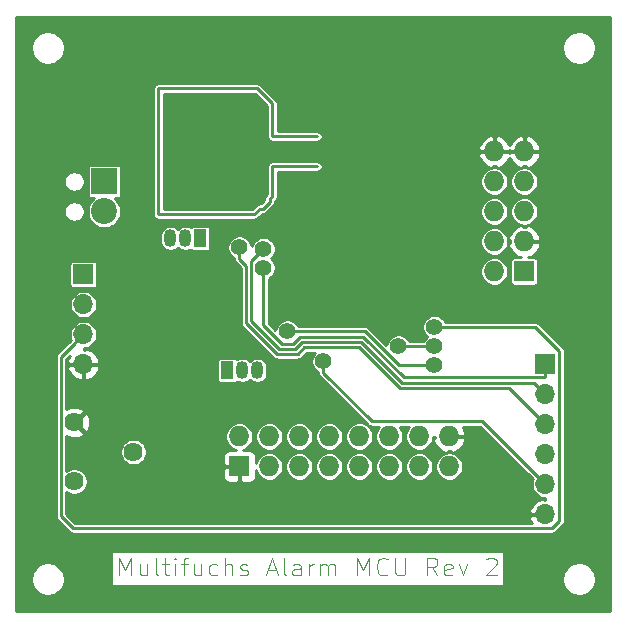
<source format=gbr>
G04 #@! TF.GenerationSoftware,KiCad,Pcbnew,5.1.5-1.fc31*
G04 #@! TF.CreationDate,2020-05-08T16:11:04+02:00*
G04 #@! TF.ProjectId,mcu,6d63752e-6b69-4636-9164-5f7063625858,rev?*
G04 #@! TF.SameCoordinates,Original*
G04 #@! TF.FileFunction,Copper,L1,Top*
G04 #@! TF.FilePolarity,Positive*
%FSLAX46Y46*%
G04 Gerber Fmt 4.6, Leading zero omitted, Abs format (unit mm)*
G04 Created by KiCad (PCBNEW 5.1.5-1.fc31) date 2020-05-08 16:11:04*
%MOMM*%
%LPD*%
G04 APERTURE LIST*
%ADD10C,0.100000*%
%ADD11C,1.620000*%
%ADD12R,1.050000X1.500000*%
%ADD13O,1.050000X1.500000*%
%ADD14O,1.700000X1.700000*%
%ADD15R,1.700000X1.700000*%
%ADD16O,1.727200X1.727200*%
%ADD17R,1.727200X1.727200*%
%ADD18C,2.200000*%
%ADD19R,2.200000X2.200000*%
%ADD20C,1.400000*%
%ADD21C,0.250000*%
%ADD22C,0.254000*%
G04 APERTURE END LIST*
D10*
X52071428Y-53678571D02*
X52071428Y-52178571D01*
X52571428Y-53250000D01*
X53071428Y-52178571D01*
X53071428Y-53678571D01*
X54428571Y-52678571D02*
X54428571Y-53678571D01*
X53785714Y-52678571D02*
X53785714Y-53464285D01*
X53857142Y-53607142D01*
X54000000Y-53678571D01*
X54214285Y-53678571D01*
X54357142Y-53607142D01*
X54428571Y-53535714D01*
X55357142Y-53678571D02*
X55214285Y-53607142D01*
X55142857Y-53464285D01*
X55142857Y-52178571D01*
X55714285Y-52678571D02*
X56285714Y-52678571D01*
X55928571Y-52178571D02*
X55928571Y-53464285D01*
X56000000Y-53607142D01*
X56142857Y-53678571D01*
X56285714Y-53678571D01*
X56785714Y-53678571D02*
X56785714Y-52678571D01*
X56785714Y-52178571D02*
X56714285Y-52250000D01*
X56785714Y-52321428D01*
X56857142Y-52250000D01*
X56785714Y-52178571D01*
X56785714Y-52321428D01*
X57285714Y-52678571D02*
X57857142Y-52678571D01*
X57500000Y-53678571D02*
X57500000Y-52392857D01*
X57571428Y-52250000D01*
X57714285Y-52178571D01*
X57857142Y-52178571D01*
X59000000Y-52678571D02*
X59000000Y-53678571D01*
X58357142Y-52678571D02*
X58357142Y-53464285D01*
X58428571Y-53607142D01*
X58571428Y-53678571D01*
X58785714Y-53678571D01*
X58928571Y-53607142D01*
X59000000Y-53535714D01*
X60357142Y-53607142D02*
X60214285Y-53678571D01*
X59928571Y-53678571D01*
X59785714Y-53607142D01*
X59714285Y-53535714D01*
X59642857Y-53392857D01*
X59642857Y-52964285D01*
X59714285Y-52821428D01*
X59785714Y-52750000D01*
X59928571Y-52678571D01*
X60214285Y-52678571D01*
X60357142Y-52750000D01*
X61000000Y-53678571D02*
X61000000Y-52178571D01*
X61642857Y-53678571D02*
X61642857Y-52892857D01*
X61571428Y-52750000D01*
X61428571Y-52678571D01*
X61214285Y-52678571D01*
X61071428Y-52750000D01*
X61000000Y-52821428D01*
X62285714Y-53607142D02*
X62428571Y-53678571D01*
X62714285Y-53678571D01*
X62857142Y-53607142D01*
X62928571Y-53464285D01*
X62928571Y-53392857D01*
X62857142Y-53250000D01*
X62714285Y-53178571D01*
X62500000Y-53178571D01*
X62357142Y-53107142D01*
X62285714Y-52964285D01*
X62285714Y-52892857D01*
X62357142Y-52750000D01*
X62500000Y-52678571D01*
X62714285Y-52678571D01*
X62857142Y-52750000D01*
X64642857Y-53250000D02*
X65357142Y-53250000D01*
X64500000Y-53678571D02*
X65000000Y-52178571D01*
X65500000Y-53678571D01*
X66214285Y-53678571D02*
X66071428Y-53607142D01*
X66000000Y-53464285D01*
X66000000Y-52178571D01*
X67428571Y-53678571D02*
X67428571Y-52892857D01*
X67357142Y-52750000D01*
X67214285Y-52678571D01*
X66928571Y-52678571D01*
X66785714Y-52750000D01*
X67428571Y-53607142D02*
X67285714Y-53678571D01*
X66928571Y-53678571D01*
X66785714Y-53607142D01*
X66714285Y-53464285D01*
X66714285Y-53321428D01*
X66785714Y-53178571D01*
X66928571Y-53107142D01*
X67285714Y-53107142D01*
X67428571Y-53035714D01*
X68142857Y-53678571D02*
X68142857Y-52678571D01*
X68142857Y-52964285D02*
X68214285Y-52821428D01*
X68285714Y-52750000D01*
X68428571Y-52678571D01*
X68571428Y-52678571D01*
X69071428Y-53678571D02*
X69071428Y-52678571D01*
X69071428Y-52821428D02*
X69142857Y-52750000D01*
X69285714Y-52678571D01*
X69500000Y-52678571D01*
X69642857Y-52750000D01*
X69714285Y-52892857D01*
X69714285Y-53678571D01*
X69714285Y-52892857D02*
X69785714Y-52750000D01*
X69928571Y-52678571D01*
X70142857Y-52678571D01*
X70285714Y-52750000D01*
X70357142Y-52892857D01*
X70357142Y-53678571D01*
X72214285Y-53678571D02*
X72214285Y-52178571D01*
X72714285Y-53250000D01*
X73214285Y-52178571D01*
X73214285Y-53678571D01*
X74785714Y-53535714D02*
X74714285Y-53607142D01*
X74500000Y-53678571D01*
X74357142Y-53678571D01*
X74142857Y-53607142D01*
X74000000Y-53464285D01*
X73928571Y-53321428D01*
X73857142Y-53035714D01*
X73857142Y-52821428D01*
X73928571Y-52535714D01*
X74000000Y-52392857D01*
X74142857Y-52250000D01*
X74357142Y-52178571D01*
X74500000Y-52178571D01*
X74714285Y-52250000D01*
X74785714Y-52321428D01*
X75428571Y-52178571D02*
X75428571Y-53392857D01*
X75500000Y-53535714D01*
X75571428Y-53607142D01*
X75714285Y-53678571D01*
X76000000Y-53678571D01*
X76142857Y-53607142D01*
X76214285Y-53535714D01*
X76285714Y-53392857D01*
X76285714Y-52178571D01*
X79000000Y-53678571D02*
X78500000Y-52964285D01*
X78142857Y-53678571D02*
X78142857Y-52178571D01*
X78714285Y-52178571D01*
X78857142Y-52250000D01*
X78928571Y-52321428D01*
X79000000Y-52464285D01*
X79000000Y-52678571D01*
X78928571Y-52821428D01*
X78857142Y-52892857D01*
X78714285Y-52964285D01*
X78142857Y-52964285D01*
X80214285Y-53607142D02*
X80071428Y-53678571D01*
X79785714Y-53678571D01*
X79642857Y-53607142D01*
X79571428Y-53464285D01*
X79571428Y-52892857D01*
X79642857Y-52750000D01*
X79785714Y-52678571D01*
X80071428Y-52678571D01*
X80214285Y-52750000D01*
X80285714Y-52892857D01*
X80285714Y-53035714D01*
X79571428Y-53178571D01*
X80785714Y-52678571D02*
X81142857Y-53678571D01*
X81500000Y-52678571D01*
X83142857Y-52321428D02*
X83214285Y-52250000D01*
X83357142Y-52178571D01*
X83714285Y-52178571D01*
X83857142Y-52250000D01*
X83928571Y-52321428D01*
X84000000Y-52464285D01*
X84000000Y-52607142D01*
X83928571Y-52821428D01*
X83071428Y-53678571D01*
X84000000Y-53678571D01*
D11*
X48260000Y-45720000D03*
X53260000Y-43220000D03*
X48260000Y-40720000D03*
D12*
X58928000Y-25146000D03*
D13*
X56388000Y-25146000D03*
X57658000Y-25146000D03*
D12*
X61214000Y-36322000D03*
D13*
X63754000Y-36322000D03*
X62484000Y-36322000D03*
D14*
X49022000Y-35814000D03*
X49022000Y-33274000D03*
X49022000Y-30734000D03*
D15*
X49022000Y-28194000D03*
D16*
X83820000Y-17780000D03*
X86360000Y-17780000D03*
X83820000Y-20320000D03*
X86360000Y-20320000D03*
X83820000Y-22860000D03*
X86360000Y-22860000D03*
X83820000Y-25400000D03*
X86360000Y-25400000D03*
X83820000Y-27940000D03*
D17*
X86360000Y-27940000D03*
D14*
X88138000Y-48514000D03*
X88138000Y-45974000D03*
X88138000Y-43434000D03*
X88138000Y-40894000D03*
X88138000Y-38354000D03*
D15*
X88138000Y-35814000D03*
D16*
X80010000Y-41910000D03*
X80010000Y-44450000D03*
X77470000Y-41910000D03*
X77470000Y-44450000D03*
X74930000Y-41910000D03*
X74930000Y-44450000D03*
X72390000Y-41910000D03*
X72390000Y-44450000D03*
X69850000Y-41910000D03*
X69850000Y-44450000D03*
X67310000Y-41910000D03*
X67310000Y-44450000D03*
X64770000Y-41910000D03*
X64770000Y-44450000D03*
X62230000Y-41910000D03*
D17*
X62230000Y-44450000D03*
D18*
X50800000Y-22860000D03*
D19*
X50800000Y-20320000D03*
D20*
X63754000Y-21590000D03*
X63754000Y-13970000D03*
X68834000Y-17780000D03*
X55626000Y-44450000D03*
X64262000Y-23876000D03*
X61722000Y-28448000D03*
X78486000Y-16256000D03*
X78740000Y-13716000D03*
X54229000Y-32004000D03*
X54483000Y-26289000D03*
X55626000Y-40640000D03*
X80010000Y-48641000D03*
X78740000Y-32639000D03*
X78740000Y-35890003D03*
X66294000Y-33020000D03*
X78740000Y-34290000D03*
X75692000Y-34290000D03*
X69344900Y-35560000D03*
X64262000Y-27635003D03*
X64262000Y-26035000D03*
X62230000Y-25908000D03*
D21*
X88702001Y-49689001D02*
X48165001Y-49689001D01*
X89313001Y-49078001D02*
X88702001Y-49689001D01*
X89313001Y-34703999D02*
X89313001Y-49078001D01*
X78740000Y-32639000D02*
X87248002Y-32639000D01*
X87248002Y-32639000D02*
X89313001Y-34703999D01*
X48172001Y-34123999D02*
X49022000Y-33274000D01*
X47124999Y-35171001D02*
X48172001Y-34123999D01*
X47124999Y-48648999D02*
X47124999Y-35171001D01*
X48165001Y-49689001D02*
X47124999Y-48648999D01*
X75775001Y-35890003D02*
X72904998Y-33020000D01*
X78740000Y-35890003D02*
X75775001Y-35890003D01*
X72904998Y-33020000D02*
X66294000Y-33020000D01*
X78740000Y-34290000D02*
X75692000Y-34290000D01*
X69344900Y-36549949D02*
X73434951Y-40640000D01*
X69344900Y-35560000D02*
X69344900Y-36549949D01*
X82804000Y-40640000D02*
X88138000Y-45974000D01*
X73434951Y-40640000D02*
X82804000Y-40640000D01*
X66786001Y-34045001D02*
X67319001Y-33512001D01*
X65801999Y-34045001D02*
X66786001Y-34045001D01*
X64262000Y-27635003D02*
X64262000Y-32505002D01*
X64262000Y-32505002D02*
X65801999Y-34045001D01*
X67325999Y-33512001D02*
X67367990Y-33470010D01*
X67319001Y-33512001D02*
X67325999Y-33512001D01*
X88138000Y-36914000D02*
X88138000Y-35814000D01*
X88136996Y-36915004D02*
X88138000Y-36914000D01*
X72718598Y-33470010D02*
X76163592Y-36915004D01*
X76163592Y-36915004D02*
X88136996Y-36915004D01*
X67367990Y-33470010D02*
X72718598Y-33470010D01*
X65615601Y-34495013D02*
X65834987Y-34495013D01*
X63236999Y-32116411D02*
X65615601Y-34495013D01*
X65834987Y-34495013D02*
X65834989Y-34495011D01*
X65834989Y-34495011D02*
X66979399Y-34495011D01*
X64262000Y-26035000D02*
X63236999Y-27060001D01*
X63236999Y-27060001D02*
X63236999Y-32116411D01*
X66979399Y-34495011D02*
X67554390Y-33920020D01*
X72532198Y-33920020D02*
X75977192Y-37365014D01*
X67554390Y-33920020D02*
X72532198Y-33920020D01*
X75977192Y-37365014D02*
X87149014Y-37365014D01*
X87149014Y-37365014D02*
X88138000Y-38354000D01*
X75821768Y-37846000D02*
X85090000Y-37846000D01*
X67740790Y-34370030D02*
X72345798Y-34370030D01*
X62230000Y-26924000D02*
X62786989Y-27480989D01*
X85090000Y-37846000D02*
X88138000Y-40894000D01*
X67165800Y-34945020D02*
X67740790Y-34370030D01*
X62786989Y-27480989D02*
X62786990Y-32302812D01*
X62786990Y-32302812D02*
X65429199Y-34945021D01*
X62230000Y-25908000D02*
X62230000Y-26924000D01*
X72345798Y-34370030D02*
X75821768Y-37846000D01*
X65429199Y-34945021D02*
X67165800Y-34945020D01*
X64779001Y-22082001D02*
X64246001Y-22615001D01*
X65024000Y-19050000D02*
X65024000Y-21590000D01*
X63998999Y-22615001D02*
X63500000Y-23114000D01*
X68834000Y-19050000D02*
X65024000Y-19050000D01*
X65024000Y-21590000D02*
X64779001Y-21834999D01*
X55372000Y-12446000D02*
X63754000Y-12446000D01*
X64246001Y-22615001D02*
X63998999Y-22615001D01*
X63500000Y-23114000D02*
X55372000Y-23114000D01*
X65024000Y-13716000D02*
X65024000Y-16510000D01*
X64779001Y-21834999D02*
X64779001Y-22082001D01*
X55372000Y-23114000D02*
X55372000Y-12446000D01*
X65024000Y-16510000D02*
X68834000Y-16510000D01*
X63754000Y-12446000D02*
X65024000Y-13716000D01*
D22*
G36*
X93648001Y-56648000D02*
G01*
X43352000Y-56648000D01*
X43352000Y-53859453D01*
X44573000Y-53859453D01*
X44573000Y-54140547D01*
X44627838Y-54416241D01*
X44735409Y-54675938D01*
X44891576Y-54909660D01*
X45090340Y-55108424D01*
X45324062Y-55264591D01*
X45583759Y-55372162D01*
X45859453Y-55427000D01*
X46140547Y-55427000D01*
X46416241Y-55372162D01*
X46675938Y-55264591D01*
X46909660Y-55108424D01*
X47108424Y-54909660D01*
X47264591Y-54675938D01*
X47372162Y-54416241D01*
X47427000Y-54140547D01*
X47427000Y-53859453D01*
X47372162Y-53583759D01*
X47264591Y-53324062D01*
X47108424Y-53090340D01*
X46909660Y-52891576D01*
X46675938Y-52735409D01*
X46416241Y-52627838D01*
X46140547Y-52573000D01*
X45859453Y-52573000D01*
X45583759Y-52627838D01*
X45324062Y-52735409D01*
X45090340Y-52891576D01*
X44891576Y-53090340D01*
X44735409Y-53324062D01*
X44627838Y-53583759D01*
X44573000Y-53859453D01*
X43352000Y-53859453D01*
X43352000Y-51568000D01*
X51337286Y-51568000D01*
X51337286Y-54572000D01*
X84662715Y-54572000D01*
X84662715Y-53859453D01*
X89573000Y-53859453D01*
X89573000Y-54140547D01*
X89627838Y-54416241D01*
X89735409Y-54675938D01*
X89891576Y-54909660D01*
X90090340Y-55108424D01*
X90324062Y-55264591D01*
X90583759Y-55372162D01*
X90859453Y-55427000D01*
X91140547Y-55427000D01*
X91416241Y-55372162D01*
X91675938Y-55264591D01*
X91909660Y-55108424D01*
X92108424Y-54909660D01*
X92264591Y-54675938D01*
X92372162Y-54416241D01*
X92427000Y-54140547D01*
X92427000Y-53859453D01*
X92372162Y-53583759D01*
X92264591Y-53324062D01*
X92108424Y-53090340D01*
X91909660Y-52891576D01*
X91675938Y-52735409D01*
X91416241Y-52627838D01*
X91140547Y-52573000D01*
X90859453Y-52573000D01*
X90583759Y-52627838D01*
X90324062Y-52735409D01*
X90090340Y-52891576D01*
X89891576Y-53090340D01*
X89735409Y-53324062D01*
X89627838Y-53583759D01*
X89573000Y-53859453D01*
X84662715Y-53859453D01*
X84662715Y-51568000D01*
X51337286Y-51568000D01*
X43352000Y-51568000D01*
X43352000Y-35171001D01*
X46670812Y-35171001D01*
X46673000Y-35193216D01*
X46672999Y-48626794D01*
X46670812Y-48648999D01*
X46672999Y-48671203D01*
X46679539Y-48737605D01*
X46705385Y-48822808D01*
X46747356Y-48901331D01*
X46803840Y-48970158D01*
X46821099Y-48984322D01*
X47829682Y-49992906D01*
X47843842Y-50010160D01*
X47912668Y-50066644D01*
X47991191Y-50108615D01*
X48076393Y-50134461D01*
X48165001Y-50143188D01*
X48187206Y-50141001D01*
X88679796Y-50141001D01*
X88702001Y-50143188D01*
X88724206Y-50141001D01*
X88790608Y-50134461D01*
X88875811Y-50108615D01*
X88954334Y-50066644D01*
X89023160Y-50010160D01*
X89037324Y-49992901D01*
X89616911Y-49413316D01*
X89634160Y-49399160D01*
X89690644Y-49330334D01*
X89732615Y-49251811D01*
X89758461Y-49166608D01*
X89765001Y-49100206D01*
X89765001Y-49100205D01*
X89767188Y-49078002D01*
X89765001Y-49055799D01*
X89765001Y-34726204D01*
X89767188Y-34703999D01*
X89758461Y-34615391D01*
X89732615Y-34530189D01*
X89690644Y-34451666D01*
X89634160Y-34382840D01*
X89616907Y-34368681D01*
X87583325Y-32335100D01*
X87569161Y-32317841D01*
X87500335Y-32261357D01*
X87421812Y-32219386D01*
X87336609Y-32193540D01*
X87270207Y-32187000D01*
X87248002Y-32184813D01*
X87225797Y-32187000D01*
X79664392Y-32187000D01*
X79650115Y-32152533D01*
X79537723Y-31984326D01*
X79394674Y-31841277D01*
X79226467Y-31728885D01*
X79039565Y-31651467D01*
X78841151Y-31612000D01*
X78638849Y-31612000D01*
X78440435Y-31651467D01*
X78253533Y-31728885D01*
X78085326Y-31841277D01*
X77942277Y-31984326D01*
X77829885Y-32152533D01*
X77752467Y-32339435D01*
X77713000Y-32537849D01*
X77713000Y-32740151D01*
X77752467Y-32938565D01*
X77829885Y-33125467D01*
X77942277Y-33293674D01*
X78085326Y-33436723D01*
X78126897Y-33464500D01*
X78085326Y-33492277D01*
X77942277Y-33635326D01*
X77829885Y-33803533D01*
X77815608Y-33838000D01*
X76616392Y-33838000D01*
X76602115Y-33803533D01*
X76489723Y-33635326D01*
X76346674Y-33492277D01*
X76178467Y-33379885D01*
X75991565Y-33302467D01*
X75793151Y-33263000D01*
X75590849Y-33263000D01*
X75392435Y-33302467D01*
X75205533Y-33379885D01*
X75037326Y-33492277D01*
X74894277Y-33635326D01*
X74781885Y-33803533D01*
X74704467Y-33990435D01*
X74672975Y-34148753D01*
X73240321Y-32716100D01*
X73226157Y-32698841D01*
X73157331Y-32642357D01*
X73078808Y-32600386D01*
X72993605Y-32574540D01*
X72927203Y-32568000D01*
X72904998Y-32565813D01*
X72882793Y-32568000D01*
X67218392Y-32568000D01*
X67204115Y-32533533D01*
X67091723Y-32365326D01*
X66948674Y-32222277D01*
X66780467Y-32109885D01*
X66593565Y-32032467D01*
X66395151Y-31993000D01*
X66192849Y-31993000D01*
X65994435Y-32032467D01*
X65807533Y-32109885D01*
X65639326Y-32222277D01*
X65496277Y-32365326D01*
X65383885Y-32533533D01*
X65306467Y-32720435D01*
X65274975Y-32878754D01*
X64714000Y-32317779D01*
X64714000Y-28559395D01*
X64748467Y-28545118D01*
X64916674Y-28432726D01*
X65059723Y-28289677D01*
X65172115Y-28121470D01*
X65249533Y-27934568D01*
X65271777Y-27822736D01*
X82629400Y-27822736D01*
X82629400Y-28057264D01*
X82675154Y-28287285D01*
X82764904Y-28503961D01*
X82895200Y-28698963D01*
X83061037Y-28864800D01*
X83256039Y-28995096D01*
X83472715Y-29084846D01*
X83702736Y-29130600D01*
X83937264Y-29130600D01*
X84167285Y-29084846D01*
X84383961Y-28995096D01*
X84578963Y-28864800D01*
X84744800Y-28698963D01*
X84875096Y-28503961D01*
X84964846Y-28287285D01*
X85010600Y-28057264D01*
X85010600Y-27822736D01*
X84964846Y-27592715D01*
X84875096Y-27376039D01*
X84744800Y-27181037D01*
X84578963Y-27015200D01*
X84383961Y-26884904D01*
X84167285Y-26795154D01*
X83937264Y-26749400D01*
X83702736Y-26749400D01*
X83472715Y-26795154D01*
X83256039Y-26884904D01*
X83061037Y-27015200D01*
X82895200Y-27181037D01*
X82764904Y-27376039D01*
X82675154Y-27592715D01*
X82629400Y-27822736D01*
X65271777Y-27822736D01*
X65289000Y-27736154D01*
X65289000Y-27533852D01*
X65249533Y-27335438D01*
X65172115Y-27148536D01*
X65059723Y-26980329D01*
X64916674Y-26837280D01*
X64913264Y-26835001D01*
X64916674Y-26832723D01*
X65059723Y-26689674D01*
X65172115Y-26521467D01*
X65249533Y-26334565D01*
X65289000Y-26136151D01*
X65289000Y-25933849D01*
X65249533Y-25735435D01*
X65172115Y-25548533D01*
X65059723Y-25380326D01*
X64962133Y-25282736D01*
X82629400Y-25282736D01*
X82629400Y-25517264D01*
X82675154Y-25747285D01*
X82764904Y-25963961D01*
X82895200Y-26158963D01*
X83061037Y-26324800D01*
X83256039Y-26455096D01*
X83472715Y-26544846D01*
X83702736Y-26590600D01*
X83937264Y-26590600D01*
X84167285Y-26544846D01*
X84383961Y-26455096D01*
X84578963Y-26324800D01*
X84744800Y-26158963D01*
X84875096Y-25963961D01*
X84964846Y-25747285D01*
X85010600Y-25517264D01*
X85010600Y-25473002D01*
X85103267Y-25473002D01*
X84999834Y-25689339D01*
X85068313Y-25915092D01*
X85193622Y-26157190D01*
X85363754Y-26370190D01*
X85572171Y-26545906D01*
X85810864Y-26677586D01*
X86031805Y-26747818D01*
X85496400Y-26747818D01*
X85432297Y-26754132D01*
X85370657Y-26772830D01*
X85313850Y-26803194D01*
X85264057Y-26844057D01*
X85223194Y-26893850D01*
X85192830Y-26950657D01*
X85174132Y-27012297D01*
X85167818Y-27076400D01*
X85167818Y-28803600D01*
X85174132Y-28867703D01*
X85192830Y-28929343D01*
X85223194Y-28986150D01*
X85264057Y-29035943D01*
X85313850Y-29076806D01*
X85370657Y-29107170D01*
X85432297Y-29125868D01*
X85496400Y-29132182D01*
X87223600Y-29132182D01*
X87287703Y-29125868D01*
X87349343Y-29107170D01*
X87406150Y-29076806D01*
X87455943Y-29035943D01*
X87496806Y-28986150D01*
X87527170Y-28929343D01*
X87545868Y-28867703D01*
X87552182Y-28803600D01*
X87552182Y-27076400D01*
X87545868Y-27012297D01*
X87527170Y-26950657D01*
X87496806Y-26893850D01*
X87455943Y-26844057D01*
X87406150Y-26803194D01*
X87349343Y-26772830D01*
X87287703Y-26754132D01*
X87223600Y-26747818D01*
X86688195Y-26747818D01*
X86909136Y-26677586D01*
X87147829Y-26545906D01*
X87356246Y-26370190D01*
X87526378Y-26157190D01*
X87651687Y-25915092D01*
X87720166Y-25689339D01*
X87616732Y-25473000D01*
X86433000Y-25473000D01*
X86433000Y-25493000D01*
X86287000Y-25493000D01*
X86287000Y-25473000D01*
X86267000Y-25473000D01*
X86267000Y-25327000D01*
X86287000Y-25327000D01*
X86287000Y-25307000D01*
X86433000Y-25307000D01*
X86433000Y-25327000D01*
X87616732Y-25327000D01*
X87720166Y-25110661D01*
X87651687Y-24884908D01*
X87526378Y-24642810D01*
X87356246Y-24429810D01*
X87147829Y-24254094D01*
X86909136Y-24122414D01*
X86649340Y-24039831D01*
X86433002Y-24143063D01*
X86433002Y-24050600D01*
X86477264Y-24050600D01*
X86707285Y-24004846D01*
X86923961Y-23915096D01*
X87118963Y-23784800D01*
X87284800Y-23618963D01*
X87415096Y-23423961D01*
X87504846Y-23207285D01*
X87550600Y-22977264D01*
X87550600Y-22742736D01*
X87504846Y-22512715D01*
X87415096Y-22296039D01*
X87284800Y-22101037D01*
X87118963Y-21935200D01*
X86923961Y-21804904D01*
X86707285Y-21715154D01*
X86477264Y-21669400D01*
X86242736Y-21669400D01*
X86012715Y-21715154D01*
X85796039Y-21804904D01*
X85601037Y-21935200D01*
X85435200Y-22101037D01*
X85304904Y-22296039D01*
X85215154Y-22512715D01*
X85169400Y-22742736D01*
X85169400Y-22977264D01*
X85215154Y-23207285D01*
X85304904Y-23423961D01*
X85435200Y-23618963D01*
X85601037Y-23784800D01*
X85796039Y-23915096D01*
X86012715Y-24004846D01*
X86242736Y-24050600D01*
X86286998Y-24050600D01*
X86286998Y-24143063D01*
X86070660Y-24039831D01*
X85810864Y-24122414D01*
X85572171Y-24254094D01*
X85363754Y-24429810D01*
X85193622Y-24642810D01*
X85068313Y-24884908D01*
X84999834Y-25110661D01*
X85103267Y-25326998D01*
X85010600Y-25326998D01*
X85010600Y-25282736D01*
X84964846Y-25052715D01*
X84875096Y-24836039D01*
X84744800Y-24641037D01*
X84578963Y-24475200D01*
X84383961Y-24344904D01*
X84167285Y-24255154D01*
X83937264Y-24209400D01*
X83702736Y-24209400D01*
X83472715Y-24255154D01*
X83256039Y-24344904D01*
X83061037Y-24475200D01*
X82895200Y-24641037D01*
X82764904Y-24836039D01*
X82675154Y-25052715D01*
X82629400Y-25282736D01*
X64962133Y-25282736D01*
X64916674Y-25237277D01*
X64748467Y-25124885D01*
X64561565Y-25047467D01*
X64363151Y-25008000D01*
X64160849Y-25008000D01*
X63962435Y-25047467D01*
X63775533Y-25124885D01*
X63607326Y-25237277D01*
X63464277Y-25380326D01*
X63351885Y-25548533D01*
X63274467Y-25735435D01*
X63257000Y-25823248D01*
X63257000Y-25806849D01*
X63217533Y-25608435D01*
X63140115Y-25421533D01*
X63027723Y-25253326D01*
X62884674Y-25110277D01*
X62716467Y-24997885D01*
X62529565Y-24920467D01*
X62331151Y-24881000D01*
X62128849Y-24881000D01*
X61930435Y-24920467D01*
X61743533Y-24997885D01*
X61575326Y-25110277D01*
X61432277Y-25253326D01*
X61319885Y-25421533D01*
X61242467Y-25608435D01*
X61203000Y-25806849D01*
X61203000Y-26009151D01*
X61242467Y-26207565D01*
X61319885Y-26394467D01*
X61432277Y-26562674D01*
X61575326Y-26705723D01*
X61743533Y-26818115D01*
X61778001Y-26832392D01*
X61778001Y-26901785D01*
X61775813Y-26924000D01*
X61784540Y-27012607D01*
X61810386Y-27097809D01*
X61844403Y-27161450D01*
X61852358Y-27176333D01*
X61908842Y-27245159D01*
X61926095Y-27259318D01*
X62334989Y-27668214D01*
X62334991Y-32280597D01*
X62332803Y-32302812D01*
X62341530Y-32391419D01*
X62367376Y-32476621D01*
X62394415Y-32527207D01*
X62409348Y-32555145D01*
X62465832Y-32623971D01*
X62483086Y-32638131D01*
X65093886Y-35248932D01*
X65108041Y-35266180D01*
X65125288Y-35280334D01*
X65176865Y-35322663D01*
X65255389Y-35364635D01*
X65340591Y-35390481D01*
X65429199Y-35399208D01*
X65451405Y-35397021D01*
X67143585Y-35397019D01*
X67165800Y-35399207D01*
X67254407Y-35390480D01*
X67339609Y-35364634D01*
X67418133Y-35322662D01*
X67436404Y-35307667D01*
X67486959Y-35266178D01*
X67501119Y-35248924D01*
X67928014Y-34822030D01*
X68630473Y-34822030D01*
X68547177Y-34905326D01*
X68434785Y-35073533D01*
X68357367Y-35260435D01*
X68317900Y-35458849D01*
X68317900Y-35661151D01*
X68357367Y-35859565D01*
X68434785Y-36046467D01*
X68547177Y-36214674D01*
X68690226Y-36357723D01*
X68858433Y-36470115D01*
X68892901Y-36484392D01*
X68892901Y-36527734D01*
X68890713Y-36549949D01*
X68899440Y-36638556D01*
X68925286Y-36723758D01*
X68960556Y-36789743D01*
X68967258Y-36802282D01*
X69023742Y-36871108D01*
X69040996Y-36885268D01*
X73099632Y-40943905D01*
X73113792Y-40961159D01*
X73117336Y-40964068D01*
X72953961Y-40854904D01*
X72737285Y-40765154D01*
X72507264Y-40719400D01*
X72272736Y-40719400D01*
X72042715Y-40765154D01*
X71826039Y-40854904D01*
X71631037Y-40985200D01*
X71465200Y-41151037D01*
X71334904Y-41346039D01*
X71245154Y-41562715D01*
X71199400Y-41792736D01*
X71199400Y-42027264D01*
X71245154Y-42257285D01*
X71334904Y-42473961D01*
X71465200Y-42668963D01*
X71631037Y-42834800D01*
X71826039Y-42965096D01*
X72042715Y-43054846D01*
X72272736Y-43100600D01*
X72507264Y-43100600D01*
X72737285Y-43054846D01*
X72953961Y-42965096D01*
X73148963Y-42834800D01*
X73314800Y-42668963D01*
X73445096Y-42473961D01*
X73534846Y-42257285D01*
X73580600Y-42027264D01*
X73580600Y-41792736D01*
X73534846Y-41562715D01*
X73445096Y-41346039D01*
X73314800Y-41151037D01*
X73175859Y-41012096D01*
X73182618Y-41017643D01*
X73261141Y-41059614D01*
X73346343Y-41085460D01*
X73434951Y-41094187D01*
X73457156Y-41092000D01*
X74064237Y-41092000D01*
X74005200Y-41151037D01*
X73874904Y-41346039D01*
X73785154Y-41562715D01*
X73739400Y-41792736D01*
X73739400Y-42027264D01*
X73785154Y-42257285D01*
X73874904Y-42473961D01*
X74005200Y-42668963D01*
X74171037Y-42834800D01*
X74366039Y-42965096D01*
X74582715Y-43054846D01*
X74812736Y-43100600D01*
X75047264Y-43100600D01*
X75277285Y-43054846D01*
X75493961Y-42965096D01*
X75688963Y-42834800D01*
X75854800Y-42668963D01*
X75985096Y-42473961D01*
X76074846Y-42257285D01*
X76120600Y-42027264D01*
X76120600Y-41792736D01*
X76074846Y-41562715D01*
X75985096Y-41346039D01*
X75854800Y-41151037D01*
X75795763Y-41092000D01*
X76604237Y-41092000D01*
X76545200Y-41151037D01*
X76414904Y-41346039D01*
X76325154Y-41562715D01*
X76279400Y-41792736D01*
X76279400Y-42027264D01*
X76325154Y-42257285D01*
X76414904Y-42473961D01*
X76545200Y-42668963D01*
X76711037Y-42834800D01*
X76906039Y-42965096D01*
X77122715Y-43054846D01*
X77352736Y-43100600D01*
X77587264Y-43100600D01*
X77817285Y-43054846D01*
X78033961Y-42965096D01*
X78228963Y-42834800D01*
X78394800Y-42668963D01*
X78525096Y-42473961D01*
X78614846Y-42257285D01*
X78660600Y-42027264D01*
X78660600Y-41983002D01*
X78753063Y-41983002D01*
X78649831Y-42199340D01*
X78732414Y-42459136D01*
X78864094Y-42697829D01*
X79039810Y-42906246D01*
X79252810Y-43076378D01*
X79494908Y-43201687D01*
X79720661Y-43270166D01*
X79936998Y-43166733D01*
X79936998Y-43259400D01*
X79892736Y-43259400D01*
X79662715Y-43305154D01*
X79446039Y-43394904D01*
X79251037Y-43525200D01*
X79085200Y-43691037D01*
X78954904Y-43886039D01*
X78865154Y-44102715D01*
X78819400Y-44332736D01*
X78819400Y-44567264D01*
X78865154Y-44797285D01*
X78954904Y-45013961D01*
X79085200Y-45208963D01*
X79251037Y-45374800D01*
X79446039Y-45505096D01*
X79662715Y-45594846D01*
X79892736Y-45640600D01*
X80127264Y-45640600D01*
X80357285Y-45594846D01*
X80573961Y-45505096D01*
X80768963Y-45374800D01*
X80934800Y-45208963D01*
X81065096Y-45013961D01*
X81154846Y-44797285D01*
X81200600Y-44567264D01*
X81200600Y-44332736D01*
X81154846Y-44102715D01*
X81065096Y-43886039D01*
X80934800Y-43691037D01*
X80768963Y-43525200D01*
X80573961Y-43394904D01*
X80357285Y-43305154D01*
X80127264Y-43259400D01*
X80083002Y-43259400D01*
X80083002Y-43166733D01*
X80299339Y-43270166D01*
X80525092Y-43201687D01*
X80767190Y-43076378D01*
X80980190Y-42906246D01*
X81155906Y-42697829D01*
X81287586Y-42459136D01*
X81370169Y-42199340D01*
X81266936Y-41983000D01*
X80083000Y-41983000D01*
X80083000Y-42003000D01*
X79937000Y-42003000D01*
X79937000Y-41983000D01*
X79917000Y-41983000D01*
X79917000Y-41837000D01*
X79937000Y-41837000D01*
X79937000Y-41817000D01*
X80083000Y-41817000D01*
X80083000Y-41837000D01*
X81266936Y-41837000D01*
X81370169Y-41620660D01*
X81287586Y-41360864D01*
X81155906Y-41122171D01*
X81130469Y-41092000D01*
X82616777Y-41092000D01*
X87049938Y-45525163D01*
X87006231Y-45630682D01*
X86961000Y-45858076D01*
X86961000Y-46089924D01*
X87006231Y-46317318D01*
X87094956Y-46531519D01*
X87223764Y-46724294D01*
X87387706Y-46888236D01*
X87580481Y-47017044D01*
X87794682Y-47105769D01*
X88022076Y-47151000D01*
X88064998Y-47151000D01*
X88064998Y-47270682D01*
X87850791Y-47167282D01*
X87593578Y-47249191D01*
X87357287Y-47379705D01*
X87150998Y-47553810D01*
X86982639Y-47764814D01*
X86858680Y-48004609D01*
X86791285Y-48226791D01*
X86894892Y-48441000D01*
X88065000Y-48441000D01*
X88065000Y-48421000D01*
X88211000Y-48421000D01*
X88211000Y-48441000D01*
X88231000Y-48441000D01*
X88231000Y-48587000D01*
X88211000Y-48587000D01*
X88211000Y-48607000D01*
X88065000Y-48607000D01*
X88065000Y-48587000D01*
X86894892Y-48587000D01*
X86791285Y-48801209D01*
X86858680Y-49023391D01*
X86969103Y-49237001D01*
X48352225Y-49237001D01*
X47576999Y-48461776D01*
X47576999Y-46631091D01*
X47721429Y-46727596D01*
X47928349Y-46813305D01*
X48148015Y-46857000D01*
X48371985Y-46857000D01*
X48591651Y-46813305D01*
X48798571Y-46727596D01*
X48984795Y-46603165D01*
X49143165Y-46444795D01*
X49267596Y-46258571D01*
X49353305Y-46051651D01*
X49397000Y-45831985D01*
X49397000Y-45608015D01*
X49353305Y-45388349D01*
X49322343Y-45313600D01*
X60836850Y-45313600D01*
X60847025Y-45416910D01*
X60877160Y-45516250D01*
X60926095Y-45607802D01*
X60991952Y-45688048D01*
X61072198Y-45753905D01*
X61163750Y-45802840D01*
X61263090Y-45832975D01*
X61366400Y-45843150D01*
X62025250Y-45840600D01*
X62157000Y-45708850D01*
X62157000Y-44523000D01*
X60971150Y-44523000D01*
X60839400Y-44654750D01*
X60836850Y-45313600D01*
X49322343Y-45313600D01*
X49267596Y-45181429D01*
X49143165Y-44995205D01*
X48984795Y-44836835D01*
X48798571Y-44712404D01*
X48591651Y-44626695D01*
X48371985Y-44583000D01*
X48148015Y-44583000D01*
X47928349Y-44626695D01*
X47721429Y-44712404D01*
X47576999Y-44808909D01*
X47576999Y-43108015D01*
X52123000Y-43108015D01*
X52123000Y-43331985D01*
X52166695Y-43551651D01*
X52252404Y-43758571D01*
X52376835Y-43944795D01*
X52535205Y-44103165D01*
X52721429Y-44227596D01*
X52928349Y-44313305D01*
X53148015Y-44357000D01*
X53371985Y-44357000D01*
X53591651Y-44313305D01*
X53798571Y-44227596D01*
X53984795Y-44103165D01*
X54143165Y-43944795D01*
X54267596Y-43758571D01*
X54338911Y-43586400D01*
X60836850Y-43586400D01*
X60839400Y-44245250D01*
X60971150Y-44377000D01*
X62157000Y-44377000D01*
X62157000Y-44357000D01*
X62303000Y-44357000D01*
X62303000Y-44377000D01*
X62323000Y-44377000D01*
X62323000Y-44523000D01*
X62303000Y-44523000D01*
X62303000Y-45708850D01*
X62434750Y-45840600D01*
X63093600Y-45843150D01*
X63196910Y-45832975D01*
X63296250Y-45802840D01*
X63387802Y-45753905D01*
X63468048Y-45688048D01*
X63533905Y-45607802D01*
X63582840Y-45516250D01*
X63612975Y-45416910D01*
X63623150Y-45313600D01*
X63621072Y-44776765D01*
X63625154Y-44797285D01*
X63714904Y-45013961D01*
X63845200Y-45208963D01*
X64011037Y-45374800D01*
X64206039Y-45505096D01*
X64422715Y-45594846D01*
X64652736Y-45640600D01*
X64887264Y-45640600D01*
X65117285Y-45594846D01*
X65333961Y-45505096D01*
X65528963Y-45374800D01*
X65694800Y-45208963D01*
X65825096Y-45013961D01*
X65914846Y-44797285D01*
X65960600Y-44567264D01*
X65960600Y-44332736D01*
X66119400Y-44332736D01*
X66119400Y-44567264D01*
X66165154Y-44797285D01*
X66254904Y-45013961D01*
X66385200Y-45208963D01*
X66551037Y-45374800D01*
X66746039Y-45505096D01*
X66962715Y-45594846D01*
X67192736Y-45640600D01*
X67427264Y-45640600D01*
X67657285Y-45594846D01*
X67873961Y-45505096D01*
X68068963Y-45374800D01*
X68234800Y-45208963D01*
X68365096Y-45013961D01*
X68454846Y-44797285D01*
X68500600Y-44567264D01*
X68500600Y-44332736D01*
X68659400Y-44332736D01*
X68659400Y-44567264D01*
X68705154Y-44797285D01*
X68794904Y-45013961D01*
X68925200Y-45208963D01*
X69091037Y-45374800D01*
X69286039Y-45505096D01*
X69502715Y-45594846D01*
X69732736Y-45640600D01*
X69967264Y-45640600D01*
X70197285Y-45594846D01*
X70413961Y-45505096D01*
X70608963Y-45374800D01*
X70774800Y-45208963D01*
X70905096Y-45013961D01*
X70994846Y-44797285D01*
X71040600Y-44567264D01*
X71040600Y-44332736D01*
X71199400Y-44332736D01*
X71199400Y-44567264D01*
X71245154Y-44797285D01*
X71334904Y-45013961D01*
X71465200Y-45208963D01*
X71631037Y-45374800D01*
X71826039Y-45505096D01*
X72042715Y-45594846D01*
X72272736Y-45640600D01*
X72507264Y-45640600D01*
X72737285Y-45594846D01*
X72953961Y-45505096D01*
X73148963Y-45374800D01*
X73314800Y-45208963D01*
X73445096Y-45013961D01*
X73534846Y-44797285D01*
X73580600Y-44567264D01*
X73580600Y-44332736D01*
X73739400Y-44332736D01*
X73739400Y-44567264D01*
X73785154Y-44797285D01*
X73874904Y-45013961D01*
X74005200Y-45208963D01*
X74171037Y-45374800D01*
X74366039Y-45505096D01*
X74582715Y-45594846D01*
X74812736Y-45640600D01*
X75047264Y-45640600D01*
X75277285Y-45594846D01*
X75493961Y-45505096D01*
X75688963Y-45374800D01*
X75854800Y-45208963D01*
X75985096Y-45013961D01*
X76074846Y-44797285D01*
X76120600Y-44567264D01*
X76120600Y-44332736D01*
X76279400Y-44332736D01*
X76279400Y-44567264D01*
X76325154Y-44797285D01*
X76414904Y-45013961D01*
X76545200Y-45208963D01*
X76711037Y-45374800D01*
X76906039Y-45505096D01*
X77122715Y-45594846D01*
X77352736Y-45640600D01*
X77587264Y-45640600D01*
X77817285Y-45594846D01*
X78033961Y-45505096D01*
X78228963Y-45374800D01*
X78394800Y-45208963D01*
X78525096Y-45013961D01*
X78614846Y-44797285D01*
X78660600Y-44567264D01*
X78660600Y-44332736D01*
X78614846Y-44102715D01*
X78525096Y-43886039D01*
X78394800Y-43691037D01*
X78228963Y-43525200D01*
X78033961Y-43394904D01*
X77817285Y-43305154D01*
X77587264Y-43259400D01*
X77352736Y-43259400D01*
X77122715Y-43305154D01*
X76906039Y-43394904D01*
X76711037Y-43525200D01*
X76545200Y-43691037D01*
X76414904Y-43886039D01*
X76325154Y-44102715D01*
X76279400Y-44332736D01*
X76120600Y-44332736D01*
X76074846Y-44102715D01*
X75985096Y-43886039D01*
X75854800Y-43691037D01*
X75688963Y-43525200D01*
X75493961Y-43394904D01*
X75277285Y-43305154D01*
X75047264Y-43259400D01*
X74812736Y-43259400D01*
X74582715Y-43305154D01*
X74366039Y-43394904D01*
X74171037Y-43525200D01*
X74005200Y-43691037D01*
X73874904Y-43886039D01*
X73785154Y-44102715D01*
X73739400Y-44332736D01*
X73580600Y-44332736D01*
X73534846Y-44102715D01*
X73445096Y-43886039D01*
X73314800Y-43691037D01*
X73148963Y-43525200D01*
X72953961Y-43394904D01*
X72737285Y-43305154D01*
X72507264Y-43259400D01*
X72272736Y-43259400D01*
X72042715Y-43305154D01*
X71826039Y-43394904D01*
X71631037Y-43525200D01*
X71465200Y-43691037D01*
X71334904Y-43886039D01*
X71245154Y-44102715D01*
X71199400Y-44332736D01*
X71040600Y-44332736D01*
X70994846Y-44102715D01*
X70905096Y-43886039D01*
X70774800Y-43691037D01*
X70608963Y-43525200D01*
X70413961Y-43394904D01*
X70197285Y-43305154D01*
X69967264Y-43259400D01*
X69732736Y-43259400D01*
X69502715Y-43305154D01*
X69286039Y-43394904D01*
X69091037Y-43525200D01*
X68925200Y-43691037D01*
X68794904Y-43886039D01*
X68705154Y-44102715D01*
X68659400Y-44332736D01*
X68500600Y-44332736D01*
X68454846Y-44102715D01*
X68365096Y-43886039D01*
X68234800Y-43691037D01*
X68068963Y-43525200D01*
X67873961Y-43394904D01*
X67657285Y-43305154D01*
X67427264Y-43259400D01*
X67192736Y-43259400D01*
X66962715Y-43305154D01*
X66746039Y-43394904D01*
X66551037Y-43525200D01*
X66385200Y-43691037D01*
X66254904Y-43886039D01*
X66165154Y-44102715D01*
X66119400Y-44332736D01*
X65960600Y-44332736D01*
X65914846Y-44102715D01*
X65825096Y-43886039D01*
X65694800Y-43691037D01*
X65528963Y-43525200D01*
X65333961Y-43394904D01*
X65117285Y-43305154D01*
X64887264Y-43259400D01*
X64652736Y-43259400D01*
X64422715Y-43305154D01*
X64206039Y-43394904D01*
X64011037Y-43525200D01*
X63845200Y-43691037D01*
X63714904Y-43886039D01*
X63625154Y-44102715D01*
X63621072Y-44123235D01*
X63623150Y-43586400D01*
X63612975Y-43483090D01*
X63582840Y-43383750D01*
X63533905Y-43292198D01*
X63468048Y-43211952D01*
X63387802Y-43146095D01*
X63296250Y-43097160D01*
X63196910Y-43067025D01*
X63093600Y-43056850D01*
X62556765Y-43058928D01*
X62577285Y-43054846D01*
X62793961Y-42965096D01*
X62988963Y-42834800D01*
X63154800Y-42668963D01*
X63285096Y-42473961D01*
X63374846Y-42257285D01*
X63420600Y-42027264D01*
X63420600Y-41792736D01*
X63579400Y-41792736D01*
X63579400Y-42027264D01*
X63625154Y-42257285D01*
X63714904Y-42473961D01*
X63845200Y-42668963D01*
X64011037Y-42834800D01*
X64206039Y-42965096D01*
X64422715Y-43054846D01*
X64652736Y-43100600D01*
X64887264Y-43100600D01*
X65117285Y-43054846D01*
X65333961Y-42965096D01*
X65528963Y-42834800D01*
X65694800Y-42668963D01*
X65825096Y-42473961D01*
X65914846Y-42257285D01*
X65960600Y-42027264D01*
X65960600Y-41792736D01*
X66119400Y-41792736D01*
X66119400Y-42027264D01*
X66165154Y-42257285D01*
X66254904Y-42473961D01*
X66385200Y-42668963D01*
X66551037Y-42834800D01*
X66746039Y-42965096D01*
X66962715Y-43054846D01*
X67192736Y-43100600D01*
X67427264Y-43100600D01*
X67657285Y-43054846D01*
X67873961Y-42965096D01*
X68068963Y-42834800D01*
X68234800Y-42668963D01*
X68365096Y-42473961D01*
X68454846Y-42257285D01*
X68500600Y-42027264D01*
X68500600Y-41792736D01*
X68659400Y-41792736D01*
X68659400Y-42027264D01*
X68705154Y-42257285D01*
X68794904Y-42473961D01*
X68925200Y-42668963D01*
X69091037Y-42834800D01*
X69286039Y-42965096D01*
X69502715Y-43054846D01*
X69732736Y-43100600D01*
X69967264Y-43100600D01*
X70197285Y-43054846D01*
X70413961Y-42965096D01*
X70608963Y-42834800D01*
X70774800Y-42668963D01*
X70905096Y-42473961D01*
X70994846Y-42257285D01*
X71040600Y-42027264D01*
X71040600Y-41792736D01*
X70994846Y-41562715D01*
X70905096Y-41346039D01*
X70774800Y-41151037D01*
X70608963Y-40985200D01*
X70413961Y-40854904D01*
X70197285Y-40765154D01*
X69967264Y-40719400D01*
X69732736Y-40719400D01*
X69502715Y-40765154D01*
X69286039Y-40854904D01*
X69091037Y-40985200D01*
X68925200Y-41151037D01*
X68794904Y-41346039D01*
X68705154Y-41562715D01*
X68659400Y-41792736D01*
X68500600Y-41792736D01*
X68454846Y-41562715D01*
X68365096Y-41346039D01*
X68234800Y-41151037D01*
X68068963Y-40985200D01*
X67873961Y-40854904D01*
X67657285Y-40765154D01*
X67427264Y-40719400D01*
X67192736Y-40719400D01*
X66962715Y-40765154D01*
X66746039Y-40854904D01*
X66551037Y-40985200D01*
X66385200Y-41151037D01*
X66254904Y-41346039D01*
X66165154Y-41562715D01*
X66119400Y-41792736D01*
X65960600Y-41792736D01*
X65914846Y-41562715D01*
X65825096Y-41346039D01*
X65694800Y-41151037D01*
X65528963Y-40985200D01*
X65333961Y-40854904D01*
X65117285Y-40765154D01*
X64887264Y-40719400D01*
X64652736Y-40719400D01*
X64422715Y-40765154D01*
X64206039Y-40854904D01*
X64011037Y-40985200D01*
X63845200Y-41151037D01*
X63714904Y-41346039D01*
X63625154Y-41562715D01*
X63579400Y-41792736D01*
X63420600Y-41792736D01*
X63374846Y-41562715D01*
X63285096Y-41346039D01*
X63154800Y-41151037D01*
X62988963Y-40985200D01*
X62793961Y-40854904D01*
X62577285Y-40765154D01*
X62347264Y-40719400D01*
X62112736Y-40719400D01*
X61882715Y-40765154D01*
X61666039Y-40854904D01*
X61471037Y-40985200D01*
X61305200Y-41151037D01*
X61174904Y-41346039D01*
X61085154Y-41562715D01*
X61039400Y-41792736D01*
X61039400Y-42027264D01*
X61085154Y-42257285D01*
X61174904Y-42473961D01*
X61305200Y-42668963D01*
X61471037Y-42834800D01*
X61666039Y-42965096D01*
X61882715Y-43054846D01*
X61903235Y-43058928D01*
X61366400Y-43056850D01*
X61263090Y-43067025D01*
X61163750Y-43097160D01*
X61072198Y-43146095D01*
X60991952Y-43211952D01*
X60926095Y-43292198D01*
X60877160Y-43383750D01*
X60847025Y-43483090D01*
X60836850Y-43586400D01*
X54338911Y-43586400D01*
X54353305Y-43551651D01*
X54397000Y-43331985D01*
X54397000Y-43108015D01*
X54353305Y-42888349D01*
X54267596Y-42681429D01*
X54143165Y-42495205D01*
X53984795Y-42336835D01*
X53798571Y-42212404D01*
X53591651Y-42126695D01*
X53371985Y-42083000D01*
X53148015Y-42083000D01*
X52928349Y-42126695D01*
X52721429Y-42212404D01*
X52535205Y-42336835D01*
X52376835Y-42495205D01*
X52252404Y-42681429D01*
X52166695Y-42888349D01*
X52123000Y-43108015D01*
X47576999Y-43108015D01*
X47576999Y-41872123D01*
X47764670Y-41968822D01*
X48017820Y-42041461D01*
X48280278Y-42063317D01*
X48541956Y-42033550D01*
X48792799Y-41953303D01*
X48989446Y-41848192D01*
X49063640Y-41626877D01*
X48260000Y-40823238D01*
X48245858Y-40837380D01*
X48142620Y-40734142D01*
X48156762Y-40720000D01*
X48363238Y-40720000D01*
X49166877Y-41523640D01*
X49388192Y-41449446D01*
X49508822Y-41215330D01*
X49581461Y-40962180D01*
X49603317Y-40699722D01*
X49573550Y-40438044D01*
X49493303Y-40187201D01*
X49388192Y-39990554D01*
X49166877Y-39916360D01*
X48363238Y-40720000D01*
X48156762Y-40720000D01*
X48142620Y-40705858D01*
X48245858Y-40602620D01*
X48260000Y-40616762D01*
X49063640Y-39813123D01*
X48989446Y-39591808D01*
X48755330Y-39471178D01*
X48502180Y-39398539D01*
X48239722Y-39376683D01*
X47978044Y-39406450D01*
X47727201Y-39486697D01*
X47576999Y-39566982D01*
X47576999Y-36101209D01*
X47675285Y-36101209D01*
X47742680Y-36323391D01*
X47866639Y-36563186D01*
X48034998Y-36774190D01*
X48241287Y-36948295D01*
X48477578Y-37078809D01*
X48734791Y-37160718D01*
X48949000Y-37057317D01*
X48949000Y-35887000D01*
X49095000Y-35887000D01*
X49095000Y-37057317D01*
X49309209Y-37160718D01*
X49566422Y-37078809D01*
X49802713Y-36948295D01*
X50009002Y-36774190D01*
X50177361Y-36563186D01*
X50301320Y-36323391D01*
X50368715Y-36101209D01*
X50265108Y-35887000D01*
X49095000Y-35887000D01*
X48949000Y-35887000D01*
X47778892Y-35887000D01*
X47675285Y-36101209D01*
X47576999Y-36101209D01*
X47576999Y-35358224D01*
X47862604Y-35072620D01*
X47742680Y-35304609D01*
X47675285Y-35526791D01*
X47778892Y-35741000D01*
X48949000Y-35741000D01*
X48949000Y-35721000D01*
X49095000Y-35721000D01*
X49095000Y-35741000D01*
X50265108Y-35741000D01*
X50346848Y-35572000D01*
X60360418Y-35572000D01*
X60360418Y-37072000D01*
X60366732Y-37136103D01*
X60385430Y-37197743D01*
X60415794Y-37254550D01*
X60456657Y-37304343D01*
X60506450Y-37345206D01*
X60563257Y-37375570D01*
X60624897Y-37394268D01*
X60689000Y-37400582D01*
X61739000Y-37400582D01*
X61803103Y-37394268D01*
X61864743Y-37375570D01*
X61921550Y-37345206D01*
X61971343Y-37304343D01*
X62008588Y-37258958D01*
X62156377Y-37337954D01*
X62316980Y-37386672D01*
X62484000Y-37403122D01*
X62651021Y-37386672D01*
X62811624Y-37337954D01*
X62959636Y-37258839D01*
X63089370Y-37152370D01*
X63119000Y-37116265D01*
X63148631Y-37152370D01*
X63278365Y-37258839D01*
X63426377Y-37337954D01*
X63586980Y-37386672D01*
X63754000Y-37403122D01*
X63921021Y-37386672D01*
X64081624Y-37337954D01*
X64229636Y-37258839D01*
X64359370Y-37152370D01*
X64465839Y-37022636D01*
X64544954Y-36874624D01*
X64593672Y-36714021D01*
X64606000Y-36588851D01*
X64606000Y-36055148D01*
X64593672Y-35929979D01*
X64544954Y-35769376D01*
X64465839Y-35621364D01*
X64359370Y-35491630D01*
X64229635Y-35385161D01*
X64081623Y-35306046D01*
X63921020Y-35257328D01*
X63754000Y-35240878D01*
X63586979Y-35257328D01*
X63426376Y-35306046D01*
X63278364Y-35385161D01*
X63148630Y-35491630D01*
X63119000Y-35527735D01*
X63089370Y-35491630D01*
X62959635Y-35385161D01*
X62811623Y-35306046D01*
X62651020Y-35257328D01*
X62484000Y-35240878D01*
X62316979Y-35257328D01*
X62156376Y-35306046D01*
X62008588Y-35385041D01*
X61971343Y-35339657D01*
X61921550Y-35298794D01*
X61864743Y-35268430D01*
X61803103Y-35249732D01*
X61739000Y-35243418D01*
X60689000Y-35243418D01*
X60624897Y-35249732D01*
X60563257Y-35268430D01*
X60506450Y-35298794D01*
X60456657Y-35339657D01*
X60415794Y-35389450D01*
X60385430Y-35446257D01*
X60366732Y-35507897D01*
X60360418Y-35572000D01*
X50346848Y-35572000D01*
X50368715Y-35526791D01*
X50301320Y-35304609D01*
X50177361Y-35064814D01*
X50009002Y-34853810D01*
X49802713Y-34679705D01*
X49566422Y-34549191D01*
X49309209Y-34467282D01*
X49095002Y-34570682D01*
X49095002Y-34451000D01*
X49137924Y-34451000D01*
X49365318Y-34405769D01*
X49579519Y-34317044D01*
X49772294Y-34188236D01*
X49936236Y-34024294D01*
X50065044Y-33831519D01*
X50153769Y-33617318D01*
X50199000Y-33389924D01*
X50199000Y-33158076D01*
X50153769Y-32930682D01*
X50065044Y-32716481D01*
X49936236Y-32523706D01*
X49772294Y-32359764D01*
X49579519Y-32230956D01*
X49365318Y-32142231D01*
X49137924Y-32097000D01*
X48906076Y-32097000D01*
X48678682Y-32142231D01*
X48464481Y-32230956D01*
X48271706Y-32359764D01*
X48107764Y-32523706D01*
X47978956Y-32716481D01*
X47890231Y-32930682D01*
X47845000Y-33158076D01*
X47845000Y-33389924D01*
X47890231Y-33617318D01*
X47933939Y-33722838D01*
X47868100Y-33788677D01*
X47868089Y-33788686D01*
X46821095Y-34835682D01*
X46803841Y-34849842D01*
X46750675Y-34914625D01*
X46747357Y-34918668D01*
X46705385Y-34997192D01*
X46679539Y-35082394D01*
X46670812Y-35171001D01*
X43352000Y-35171001D01*
X43352000Y-30618076D01*
X47845000Y-30618076D01*
X47845000Y-30849924D01*
X47890231Y-31077318D01*
X47978956Y-31291519D01*
X48107764Y-31484294D01*
X48271706Y-31648236D01*
X48464481Y-31777044D01*
X48678682Y-31865769D01*
X48906076Y-31911000D01*
X49137924Y-31911000D01*
X49365318Y-31865769D01*
X49579519Y-31777044D01*
X49772294Y-31648236D01*
X49936236Y-31484294D01*
X50065044Y-31291519D01*
X50153769Y-31077318D01*
X50199000Y-30849924D01*
X50199000Y-30618076D01*
X50153769Y-30390682D01*
X50065044Y-30176481D01*
X49936236Y-29983706D01*
X49772294Y-29819764D01*
X49579519Y-29690956D01*
X49365318Y-29602231D01*
X49137924Y-29557000D01*
X48906076Y-29557000D01*
X48678682Y-29602231D01*
X48464481Y-29690956D01*
X48271706Y-29819764D01*
X48107764Y-29983706D01*
X47978956Y-30176481D01*
X47890231Y-30390682D01*
X47845000Y-30618076D01*
X43352000Y-30618076D01*
X43352000Y-27344000D01*
X47843418Y-27344000D01*
X47843418Y-29044000D01*
X47849732Y-29108103D01*
X47868430Y-29169743D01*
X47898794Y-29226550D01*
X47939657Y-29276343D01*
X47989450Y-29317206D01*
X48046257Y-29347570D01*
X48107897Y-29366268D01*
X48172000Y-29372582D01*
X49872000Y-29372582D01*
X49936103Y-29366268D01*
X49997743Y-29347570D01*
X50054550Y-29317206D01*
X50104343Y-29276343D01*
X50145206Y-29226550D01*
X50175570Y-29169743D01*
X50194268Y-29108103D01*
X50200582Y-29044000D01*
X50200582Y-27344000D01*
X50194268Y-27279897D01*
X50175570Y-27218257D01*
X50145206Y-27161450D01*
X50104343Y-27111657D01*
X50054550Y-27070794D01*
X49997743Y-27040430D01*
X49936103Y-27021732D01*
X49872000Y-27015418D01*
X48172000Y-27015418D01*
X48107897Y-27021732D01*
X48046257Y-27040430D01*
X47989450Y-27070794D01*
X47939657Y-27111657D01*
X47898794Y-27161450D01*
X47868430Y-27218257D01*
X47849732Y-27279897D01*
X47843418Y-27344000D01*
X43352000Y-27344000D01*
X43352000Y-24879148D01*
X55536000Y-24879148D01*
X55536000Y-25412851D01*
X55548328Y-25538020D01*
X55597046Y-25698623D01*
X55676161Y-25846635D01*
X55782630Y-25976370D01*
X55912364Y-26082839D01*
X56060376Y-26161954D01*
X56220979Y-26210672D01*
X56388000Y-26227122D01*
X56555020Y-26210672D01*
X56715623Y-26161954D01*
X56863635Y-26082839D01*
X56993370Y-25976370D01*
X57023000Y-25940265D01*
X57052630Y-25976370D01*
X57182364Y-26082839D01*
X57330376Y-26161954D01*
X57490979Y-26210672D01*
X57658000Y-26227122D01*
X57825020Y-26210672D01*
X57985623Y-26161954D01*
X58133412Y-26082958D01*
X58170657Y-26128343D01*
X58220450Y-26169206D01*
X58277257Y-26199570D01*
X58338897Y-26218268D01*
X58403000Y-26224582D01*
X59453000Y-26224582D01*
X59517103Y-26218268D01*
X59578743Y-26199570D01*
X59635550Y-26169206D01*
X59685343Y-26128343D01*
X59726206Y-26078550D01*
X59756570Y-26021743D01*
X59775268Y-25960103D01*
X59781582Y-25896000D01*
X59781582Y-24396000D01*
X59775268Y-24331897D01*
X59756570Y-24270257D01*
X59726206Y-24213450D01*
X59685343Y-24163657D01*
X59635550Y-24122794D01*
X59578743Y-24092430D01*
X59517103Y-24073732D01*
X59453000Y-24067418D01*
X58403000Y-24067418D01*
X58338897Y-24073732D01*
X58277257Y-24092430D01*
X58220450Y-24122794D01*
X58170657Y-24163657D01*
X58133412Y-24209041D01*
X57985624Y-24130046D01*
X57825021Y-24081328D01*
X57658000Y-24064878D01*
X57490980Y-24081328D01*
X57330377Y-24130046D01*
X57182365Y-24209161D01*
X57052631Y-24315630D01*
X57023000Y-24351735D01*
X56993370Y-24315630D01*
X56863636Y-24209161D01*
X56715624Y-24130046D01*
X56555021Y-24081328D01*
X56388000Y-24064878D01*
X56220980Y-24081328D01*
X56060377Y-24130046D01*
X55912365Y-24209161D01*
X55782631Y-24315630D01*
X55676161Y-24445364D01*
X55597046Y-24593376D01*
X55548328Y-24753979D01*
X55536000Y-24879148D01*
X43352000Y-24879148D01*
X43352000Y-22773623D01*
X47383000Y-22773623D01*
X47383000Y-22946377D01*
X47416703Y-23115811D01*
X47482813Y-23275415D01*
X47578790Y-23419055D01*
X47700945Y-23541210D01*
X47844585Y-23637187D01*
X48004189Y-23703297D01*
X48173623Y-23737000D01*
X48346377Y-23737000D01*
X48515811Y-23703297D01*
X48675415Y-23637187D01*
X48819055Y-23541210D01*
X48941210Y-23419055D01*
X49037187Y-23275415D01*
X49103297Y-23115811D01*
X49137000Y-22946377D01*
X49137000Y-22773623D01*
X49103297Y-22604189D01*
X49037187Y-22444585D01*
X48941210Y-22300945D01*
X48819055Y-22178790D01*
X48675415Y-22082813D01*
X48515811Y-22016703D01*
X48346377Y-21983000D01*
X48173623Y-21983000D01*
X48004189Y-22016703D01*
X47844585Y-22082813D01*
X47700945Y-22178790D01*
X47578790Y-22300945D01*
X47482813Y-22444585D01*
X47416703Y-22604189D01*
X47383000Y-22773623D01*
X43352000Y-22773623D01*
X43352000Y-20233623D01*
X47383000Y-20233623D01*
X47383000Y-20406377D01*
X47416703Y-20575811D01*
X47482813Y-20735415D01*
X47578790Y-20879055D01*
X47700945Y-21001210D01*
X47844585Y-21097187D01*
X48004189Y-21163297D01*
X48173623Y-21197000D01*
X48346377Y-21197000D01*
X48515811Y-21163297D01*
X48675415Y-21097187D01*
X48819055Y-21001210D01*
X48941210Y-20879055D01*
X49037187Y-20735415D01*
X49103297Y-20575811D01*
X49137000Y-20406377D01*
X49137000Y-20233623D01*
X49103297Y-20064189D01*
X49037187Y-19904585D01*
X48941210Y-19760945D01*
X48819055Y-19638790D01*
X48675415Y-19542813D01*
X48515811Y-19476703D01*
X48346377Y-19443000D01*
X48173623Y-19443000D01*
X48004189Y-19476703D01*
X47844585Y-19542813D01*
X47700945Y-19638790D01*
X47578790Y-19760945D01*
X47482813Y-19904585D01*
X47416703Y-20064189D01*
X47383000Y-20233623D01*
X43352000Y-20233623D01*
X43352000Y-19220000D01*
X49371418Y-19220000D01*
X49371418Y-21420000D01*
X49377732Y-21484103D01*
X49396430Y-21545743D01*
X49426794Y-21602550D01*
X49467657Y-21652343D01*
X49517450Y-21693206D01*
X49574257Y-21723570D01*
X49635897Y-21742268D01*
X49700000Y-21748582D01*
X49894821Y-21748582D01*
X49890340Y-21751576D01*
X49691576Y-21950340D01*
X49535409Y-22184062D01*
X49427838Y-22443759D01*
X49373000Y-22719453D01*
X49373000Y-23000547D01*
X49427838Y-23276241D01*
X49535409Y-23535938D01*
X49691576Y-23769660D01*
X49890340Y-23968424D01*
X50124062Y-24124591D01*
X50383759Y-24232162D01*
X50659453Y-24287000D01*
X50940547Y-24287000D01*
X51216241Y-24232162D01*
X51475938Y-24124591D01*
X51709660Y-23968424D01*
X51908424Y-23769660D01*
X52064591Y-23535938D01*
X52172162Y-23276241D01*
X52227000Y-23000547D01*
X52227000Y-22719453D01*
X52172162Y-22443759D01*
X52064591Y-22184062D01*
X51908424Y-21950340D01*
X51709660Y-21751576D01*
X51705179Y-21748582D01*
X51900000Y-21748582D01*
X51964103Y-21742268D01*
X52025743Y-21723570D01*
X52082550Y-21693206D01*
X52132343Y-21652343D01*
X52173206Y-21602550D01*
X52203570Y-21545743D01*
X52222268Y-21484103D01*
X52228582Y-21420000D01*
X52228582Y-19220000D01*
X52222268Y-19155897D01*
X52203570Y-19094257D01*
X52173206Y-19037450D01*
X52132343Y-18987657D01*
X52082550Y-18946794D01*
X52025743Y-18916430D01*
X51964103Y-18897732D01*
X51900000Y-18891418D01*
X49700000Y-18891418D01*
X49635897Y-18897732D01*
X49574257Y-18916430D01*
X49517450Y-18946794D01*
X49467657Y-18987657D01*
X49426794Y-19037450D01*
X49396430Y-19094257D01*
X49377732Y-19155897D01*
X49371418Y-19220000D01*
X43352000Y-19220000D01*
X43352000Y-12446000D01*
X54917813Y-12446000D01*
X54920001Y-12468215D01*
X54920000Y-23091795D01*
X54917813Y-23114000D01*
X54926540Y-23202607D01*
X54952386Y-23287810D01*
X54994357Y-23366333D01*
X55037625Y-23419055D01*
X55050841Y-23435159D01*
X55119667Y-23491643D01*
X55198190Y-23533614D01*
X55283393Y-23559460D01*
X55372000Y-23568187D01*
X55394205Y-23566000D01*
X63477795Y-23566000D01*
X63500000Y-23568187D01*
X63522205Y-23566000D01*
X63588607Y-23559460D01*
X63673810Y-23533614D01*
X63752333Y-23491643D01*
X63821159Y-23435159D01*
X63835323Y-23417900D01*
X64186223Y-23067001D01*
X64223796Y-23067001D01*
X64246001Y-23069188D01*
X64268206Y-23067001D01*
X64334608Y-23060461D01*
X64419811Y-23034615D01*
X64498334Y-22992644D01*
X64567160Y-22936160D01*
X64581324Y-22918901D01*
X64757489Y-22742736D01*
X82629400Y-22742736D01*
X82629400Y-22977264D01*
X82675154Y-23207285D01*
X82764904Y-23423961D01*
X82895200Y-23618963D01*
X83061037Y-23784800D01*
X83256039Y-23915096D01*
X83472715Y-24004846D01*
X83702736Y-24050600D01*
X83937264Y-24050600D01*
X84167285Y-24004846D01*
X84383961Y-23915096D01*
X84578963Y-23784800D01*
X84744800Y-23618963D01*
X84875096Y-23423961D01*
X84964846Y-23207285D01*
X85010600Y-22977264D01*
X85010600Y-22742736D01*
X84964846Y-22512715D01*
X84875096Y-22296039D01*
X84744800Y-22101037D01*
X84578963Y-21935200D01*
X84383961Y-21804904D01*
X84167285Y-21715154D01*
X83937264Y-21669400D01*
X83702736Y-21669400D01*
X83472715Y-21715154D01*
X83256039Y-21804904D01*
X83061037Y-21935200D01*
X82895200Y-22101037D01*
X82764904Y-22296039D01*
X82675154Y-22512715D01*
X82629400Y-22742736D01*
X64757489Y-22742736D01*
X65082906Y-22417320D01*
X65100160Y-22403160D01*
X65156644Y-22334334D01*
X65198615Y-22255811D01*
X65204213Y-22237358D01*
X65224461Y-22170609D01*
X65233188Y-22082001D01*
X65231001Y-22059796D01*
X65231001Y-22022222D01*
X65327900Y-21925323D01*
X65345159Y-21911159D01*
X65401643Y-21842333D01*
X65443614Y-21763810D01*
X65461648Y-21704359D01*
X65469460Y-21678608D01*
X65478187Y-21590000D01*
X65476000Y-21567795D01*
X65476000Y-19502000D01*
X68856205Y-19502000D01*
X68922607Y-19495460D01*
X69007810Y-19469614D01*
X69086333Y-19427643D01*
X69155159Y-19371159D01*
X69211643Y-19302333D01*
X69253614Y-19223810D01*
X69279460Y-19138607D01*
X69288187Y-19050000D01*
X69279460Y-18961393D01*
X69253614Y-18876190D01*
X69211643Y-18797667D01*
X69155159Y-18728841D01*
X69086333Y-18672357D01*
X69007810Y-18630386D01*
X68922607Y-18604540D01*
X68856205Y-18598000D01*
X65046205Y-18598000D01*
X65024000Y-18595813D01*
X65001795Y-18598000D01*
X64935393Y-18604540D01*
X64850190Y-18630386D01*
X64771667Y-18672357D01*
X64702841Y-18728841D01*
X64646357Y-18797667D01*
X64604386Y-18876190D01*
X64578540Y-18961393D01*
X64569813Y-19050000D01*
X64572000Y-19072205D01*
X64572001Y-21402776D01*
X64475101Y-21499676D01*
X64457842Y-21513840D01*
X64401358Y-21582667D01*
X64385570Y-21612205D01*
X64359387Y-21661190D01*
X64333541Y-21746392D01*
X64324814Y-21834999D01*
X64327001Y-21857204D01*
X64327001Y-21894777D01*
X64058778Y-22163001D01*
X64021203Y-22163001D01*
X63998998Y-22160814D01*
X63910391Y-22169541D01*
X63825189Y-22195387D01*
X63746666Y-22237358D01*
X63677840Y-22293842D01*
X63663684Y-22311091D01*
X63312776Y-22662000D01*
X55824000Y-22662000D01*
X55824000Y-18069339D01*
X82459834Y-18069339D01*
X82528313Y-18295092D01*
X82653622Y-18537190D01*
X82823754Y-18750190D01*
X83032171Y-18925906D01*
X83270864Y-19057586D01*
X83530660Y-19140169D01*
X83746998Y-19036937D01*
X83746998Y-19129400D01*
X83702736Y-19129400D01*
X83472715Y-19175154D01*
X83256039Y-19264904D01*
X83061037Y-19395200D01*
X82895200Y-19561037D01*
X82764904Y-19756039D01*
X82675154Y-19972715D01*
X82629400Y-20202736D01*
X82629400Y-20437264D01*
X82675154Y-20667285D01*
X82764904Y-20883961D01*
X82895200Y-21078963D01*
X83061037Y-21244800D01*
X83256039Y-21375096D01*
X83472715Y-21464846D01*
X83702736Y-21510600D01*
X83937264Y-21510600D01*
X84167285Y-21464846D01*
X84383961Y-21375096D01*
X84578963Y-21244800D01*
X84744800Y-21078963D01*
X84875096Y-20883961D01*
X84964846Y-20667285D01*
X85010600Y-20437264D01*
X85010600Y-20202736D01*
X84964846Y-19972715D01*
X84875096Y-19756039D01*
X84744800Y-19561037D01*
X84578963Y-19395200D01*
X84383961Y-19264904D01*
X84167285Y-19175154D01*
X83937264Y-19129400D01*
X83893002Y-19129400D01*
X83893002Y-19036937D01*
X84109340Y-19140169D01*
X84369136Y-19057586D01*
X84607829Y-18925906D01*
X84816246Y-18750190D01*
X84986378Y-18537190D01*
X85090000Y-18336991D01*
X85193622Y-18537190D01*
X85363754Y-18750190D01*
X85572171Y-18925906D01*
X85810864Y-19057586D01*
X86070660Y-19140169D01*
X86286998Y-19036937D01*
X86286998Y-19129400D01*
X86242736Y-19129400D01*
X86012715Y-19175154D01*
X85796039Y-19264904D01*
X85601037Y-19395200D01*
X85435200Y-19561037D01*
X85304904Y-19756039D01*
X85215154Y-19972715D01*
X85169400Y-20202736D01*
X85169400Y-20437264D01*
X85215154Y-20667285D01*
X85304904Y-20883961D01*
X85435200Y-21078963D01*
X85601037Y-21244800D01*
X85796039Y-21375096D01*
X86012715Y-21464846D01*
X86242736Y-21510600D01*
X86477264Y-21510600D01*
X86707285Y-21464846D01*
X86923961Y-21375096D01*
X87118963Y-21244800D01*
X87284800Y-21078963D01*
X87415096Y-20883961D01*
X87504846Y-20667285D01*
X87550600Y-20437264D01*
X87550600Y-20202736D01*
X87504846Y-19972715D01*
X87415096Y-19756039D01*
X87284800Y-19561037D01*
X87118963Y-19395200D01*
X86923961Y-19264904D01*
X86707285Y-19175154D01*
X86477264Y-19129400D01*
X86433002Y-19129400D01*
X86433002Y-19036937D01*
X86649340Y-19140169D01*
X86909136Y-19057586D01*
X87147829Y-18925906D01*
X87356246Y-18750190D01*
X87526378Y-18537190D01*
X87651687Y-18295092D01*
X87720166Y-18069339D01*
X87616732Y-17853000D01*
X86433000Y-17853000D01*
X86433000Y-17873000D01*
X86287000Y-17873000D01*
X86287000Y-17853000D01*
X85103268Y-17853000D01*
X85090000Y-17880751D01*
X85076732Y-17853000D01*
X83893000Y-17853000D01*
X83893000Y-17873000D01*
X83747000Y-17873000D01*
X83747000Y-17853000D01*
X82563268Y-17853000D01*
X82459834Y-18069339D01*
X55824000Y-18069339D01*
X55824000Y-17490661D01*
X82459834Y-17490661D01*
X82563268Y-17707000D01*
X83747000Y-17707000D01*
X83747000Y-16523064D01*
X83893000Y-16523064D01*
X83893000Y-17707000D01*
X85076732Y-17707000D01*
X85090000Y-17679249D01*
X85103268Y-17707000D01*
X86287000Y-17707000D01*
X86287000Y-16523064D01*
X86433000Y-16523064D01*
X86433000Y-17707000D01*
X87616732Y-17707000D01*
X87720166Y-17490661D01*
X87651687Y-17264908D01*
X87526378Y-17022810D01*
X87356246Y-16809810D01*
X87147829Y-16634094D01*
X86909136Y-16502414D01*
X86649340Y-16419831D01*
X86433000Y-16523064D01*
X86287000Y-16523064D01*
X86070660Y-16419831D01*
X85810864Y-16502414D01*
X85572171Y-16634094D01*
X85363754Y-16809810D01*
X85193622Y-17022810D01*
X85090000Y-17223009D01*
X84986378Y-17022810D01*
X84816246Y-16809810D01*
X84607829Y-16634094D01*
X84369136Y-16502414D01*
X84109340Y-16419831D01*
X83893000Y-16523064D01*
X83747000Y-16523064D01*
X83530660Y-16419831D01*
X83270864Y-16502414D01*
X83032171Y-16634094D01*
X82823754Y-16809810D01*
X82653622Y-17022810D01*
X82528313Y-17264908D01*
X82459834Y-17490661D01*
X55824000Y-17490661D01*
X55824000Y-12898000D01*
X63566777Y-12898000D01*
X64572000Y-13903225D01*
X64572001Y-16487785D01*
X64569813Y-16510000D01*
X64578540Y-16598607D01*
X64604386Y-16683810D01*
X64646357Y-16762333D01*
X64702841Y-16831159D01*
X64771667Y-16887643D01*
X64850190Y-16929614D01*
X64935393Y-16955460D01*
X65001795Y-16962000D01*
X65024000Y-16964187D01*
X65046205Y-16962000D01*
X68856205Y-16962000D01*
X68922607Y-16955460D01*
X69007810Y-16929614D01*
X69086333Y-16887643D01*
X69155159Y-16831159D01*
X69211643Y-16762333D01*
X69253614Y-16683810D01*
X69279460Y-16598607D01*
X69288187Y-16510000D01*
X69279460Y-16421393D01*
X69253614Y-16336190D01*
X69211643Y-16257667D01*
X69155159Y-16188841D01*
X69086333Y-16132357D01*
X69007810Y-16090386D01*
X68922607Y-16064540D01*
X68856205Y-16058000D01*
X65476000Y-16058000D01*
X65476000Y-13738204D01*
X65478187Y-13715999D01*
X65469460Y-13627392D01*
X65463444Y-13607562D01*
X65443614Y-13542190D01*
X65401643Y-13463667D01*
X65345159Y-13394841D01*
X65327912Y-13380687D01*
X64089323Y-12142100D01*
X64075159Y-12124841D01*
X64006333Y-12068357D01*
X63927810Y-12026386D01*
X63842607Y-12000540D01*
X63776205Y-11994000D01*
X63754000Y-11991813D01*
X63731795Y-11994000D01*
X55394205Y-11994000D01*
X55372000Y-11991813D01*
X55349795Y-11994000D01*
X55283393Y-12000540D01*
X55198190Y-12026386D01*
X55119667Y-12068357D01*
X55050841Y-12124841D01*
X54994357Y-12193667D01*
X54952386Y-12272190D01*
X54926540Y-12357393D01*
X54917813Y-12446000D01*
X43352000Y-12446000D01*
X43352000Y-8859453D01*
X44573000Y-8859453D01*
X44573000Y-9140547D01*
X44627838Y-9416241D01*
X44735409Y-9675938D01*
X44891576Y-9909660D01*
X45090340Y-10108424D01*
X45324062Y-10264591D01*
X45583759Y-10372162D01*
X45859453Y-10427000D01*
X46140547Y-10427000D01*
X46416241Y-10372162D01*
X46675938Y-10264591D01*
X46909660Y-10108424D01*
X47108424Y-9909660D01*
X47264591Y-9675938D01*
X47372162Y-9416241D01*
X47427000Y-9140547D01*
X47427000Y-8859453D01*
X89573000Y-8859453D01*
X89573000Y-9140547D01*
X89627838Y-9416241D01*
X89735409Y-9675938D01*
X89891576Y-9909660D01*
X90090340Y-10108424D01*
X90324062Y-10264591D01*
X90583759Y-10372162D01*
X90859453Y-10427000D01*
X91140547Y-10427000D01*
X91416241Y-10372162D01*
X91675938Y-10264591D01*
X91909660Y-10108424D01*
X92108424Y-9909660D01*
X92264591Y-9675938D01*
X92372162Y-9416241D01*
X92427000Y-9140547D01*
X92427000Y-8859453D01*
X92372162Y-8583759D01*
X92264591Y-8324062D01*
X92108424Y-8090340D01*
X91909660Y-7891576D01*
X91675938Y-7735409D01*
X91416241Y-7627838D01*
X91140547Y-7573000D01*
X90859453Y-7573000D01*
X90583759Y-7627838D01*
X90324062Y-7735409D01*
X90090340Y-7891576D01*
X89891576Y-8090340D01*
X89735409Y-8324062D01*
X89627838Y-8583759D01*
X89573000Y-8859453D01*
X47427000Y-8859453D01*
X47372162Y-8583759D01*
X47264591Y-8324062D01*
X47108424Y-8090340D01*
X46909660Y-7891576D01*
X46675938Y-7735409D01*
X46416241Y-7627838D01*
X46140547Y-7573000D01*
X45859453Y-7573000D01*
X45583759Y-7627838D01*
X45324062Y-7735409D01*
X45090340Y-7891576D01*
X44891576Y-8090340D01*
X44735409Y-8324062D01*
X44627838Y-8583759D01*
X44573000Y-8859453D01*
X43352000Y-8859453D01*
X43352000Y-6352000D01*
X93648000Y-6352000D01*
X93648001Y-56648000D01*
G37*
X93648001Y-56648000D02*
X43352000Y-56648000D01*
X43352000Y-53859453D01*
X44573000Y-53859453D01*
X44573000Y-54140547D01*
X44627838Y-54416241D01*
X44735409Y-54675938D01*
X44891576Y-54909660D01*
X45090340Y-55108424D01*
X45324062Y-55264591D01*
X45583759Y-55372162D01*
X45859453Y-55427000D01*
X46140547Y-55427000D01*
X46416241Y-55372162D01*
X46675938Y-55264591D01*
X46909660Y-55108424D01*
X47108424Y-54909660D01*
X47264591Y-54675938D01*
X47372162Y-54416241D01*
X47427000Y-54140547D01*
X47427000Y-53859453D01*
X47372162Y-53583759D01*
X47264591Y-53324062D01*
X47108424Y-53090340D01*
X46909660Y-52891576D01*
X46675938Y-52735409D01*
X46416241Y-52627838D01*
X46140547Y-52573000D01*
X45859453Y-52573000D01*
X45583759Y-52627838D01*
X45324062Y-52735409D01*
X45090340Y-52891576D01*
X44891576Y-53090340D01*
X44735409Y-53324062D01*
X44627838Y-53583759D01*
X44573000Y-53859453D01*
X43352000Y-53859453D01*
X43352000Y-51568000D01*
X51337286Y-51568000D01*
X51337286Y-54572000D01*
X84662715Y-54572000D01*
X84662715Y-53859453D01*
X89573000Y-53859453D01*
X89573000Y-54140547D01*
X89627838Y-54416241D01*
X89735409Y-54675938D01*
X89891576Y-54909660D01*
X90090340Y-55108424D01*
X90324062Y-55264591D01*
X90583759Y-55372162D01*
X90859453Y-55427000D01*
X91140547Y-55427000D01*
X91416241Y-55372162D01*
X91675938Y-55264591D01*
X91909660Y-55108424D01*
X92108424Y-54909660D01*
X92264591Y-54675938D01*
X92372162Y-54416241D01*
X92427000Y-54140547D01*
X92427000Y-53859453D01*
X92372162Y-53583759D01*
X92264591Y-53324062D01*
X92108424Y-53090340D01*
X91909660Y-52891576D01*
X91675938Y-52735409D01*
X91416241Y-52627838D01*
X91140547Y-52573000D01*
X90859453Y-52573000D01*
X90583759Y-52627838D01*
X90324062Y-52735409D01*
X90090340Y-52891576D01*
X89891576Y-53090340D01*
X89735409Y-53324062D01*
X89627838Y-53583759D01*
X89573000Y-53859453D01*
X84662715Y-53859453D01*
X84662715Y-51568000D01*
X51337286Y-51568000D01*
X43352000Y-51568000D01*
X43352000Y-35171001D01*
X46670812Y-35171001D01*
X46673000Y-35193216D01*
X46672999Y-48626794D01*
X46670812Y-48648999D01*
X46672999Y-48671203D01*
X46679539Y-48737605D01*
X46705385Y-48822808D01*
X46747356Y-48901331D01*
X46803840Y-48970158D01*
X46821099Y-48984322D01*
X47829682Y-49992906D01*
X47843842Y-50010160D01*
X47912668Y-50066644D01*
X47991191Y-50108615D01*
X48076393Y-50134461D01*
X48165001Y-50143188D01*
X48187206Y-50141001D01*
X88679796Y-50141001D01*
X88702001Y-50143188D01*
X88724206Y-50141001D01*
X88790608Y-50134461D01*
X88875811Y-50108615D01*
X88954334Y-50066644D01*
X89023160Y-50010160D01*
X89037324Y-49992901D01*
X89616911Y-49413316D01*
X89634160Y-49399160D01*
X89690644Y-49330334D01*
X89732615Y-49251811D01*
X89758461Y-49166608D01*
X89765001Y-49100206D01*
X89765001Y-49100205D01*
X89767188Y-49078002D01*
X89765001Y-49055799D01*
X89765001Y-34726204D01*
X89767188Y-34703999D01*
X89758461Y-34615391D01*
X89732615Y-34530189D01*
X89690644Y-34451666D01*
X89634160Y-34382840D01*
X89616907Y-34368681D01*
X87583325Y-32335100D01*
X87569161Y-32317841D01*
X87500335Y-32261357D01*
X87421812Y-32219386D01*
X87336609Y-32193540D01*
X87270207Y-32187000D01*
X87248002Y-32184813D01*
X87225797Y-32187000D01*
X79664392Y-32187000D01*
X79650115Y-32152533D01*
X79537723Y-31984326D01*
X79394674Y-31841277D01*
X79226467Y-31728885D01*
X79039565Y-31651467D01*
X78841151Y-31612000D01*
X78638849Y-31612000D01*
X78440435Y-31651467D01*
X78253533Y-31728885D01*
X78085326Y-31841277D01*
X77942277Y-31984326D01*
X77829885Y-32152533D01*
X77752467Y-32339435D01*
X77713000Y-32537849D01*
X77713000Y-32740151D01*
X77752467Y-32938565D01*
X77829885Y-33125467D01*
X77942277Y-33293674D01*
X78085326Y-33436723D01*
X78126897Y-33464500D01*
X78085326Y-33492277D01*
X77942277Y-33635326D01*
X77829885Y-33803533D01*
X77815608Y-33838000D01*
X76616392Y-33838000D01*
X76602115Y-33803533D01*
X76489723Y-33635326D01*
X76346674Y-33492277D01*
X76178467Y-33379885D01*
X75991565Y-33302467D01*
X75793151Y-33263000D01*
X75590849Y-33263000D01*
X75392435Y-33302467D01*
X75205533Y-33379885D01*
X75037326Y-33492277D01*
X74894277Y-33635326D01*
X74781885Y-33803533D01*
X74704467Y-33990435D01*
X74672975Y-34148753D01*
X73240321Y-32716100D01*
X73226157Y-32698841D01*
X73157331Y-32642357D01*
X73078808Y-32600386D01*
X72993605Y-32574540D01*
X72927203Y-32568000D01*
X72904998Y-32565813D01*
X72882793Y-32568000D01*
X67218392Y-32568000D01*
X67204115Y-32533533D01*
X67091723Y-32365326D01*
X66948674Y-32222277D01*
X66780467Y-32109885D01*
X66593565Y-32032467D01*
X66395151Y-31993000D01*
X66192849Y-31993000D01*
X65994435Y-32032467D01*
X65807533Y-32109885D01*
X65639326Y-32222277D01*
X65496277Y-32365326D01*
X65383885Y-32533533D01*
X65306467Y-32720435D01*
X65274975Y-32878754D01*
X64714000Y-32317779D01*
X64714000Y-28559395D01*
X64748467Y-28545118D01*
X64916674Y-28432726D01*
X65059723Y-28289677D01*
X65172115Y-28121470D01*
X65249533Y-27934568D01*
X65271777Y-27822736D01*
X82629400Y-27822736D01*
X82629400Y-28057264D01*
X82675154Y-28287285D01*
X82764904Y-28503961D01*
X82895200Y-28698963D01*
X83061037Y-28864800D01*
X83256039Y-28995096D01*
X83472715Y-29084846D01*
X83702736Y-29130600D01*
X83937264Y-29130600D01*
X84167285Y-29084846D01*
X84383961Y-28995096D01*
X84578963Y-28864800D01*
X84744800Y-28698963D01*
X84875096Y-28503961D01*
X84964846Y-28287285D01*
X85010600Y-28057264D01*
X85010600Y-27822736D01*
X84964846Y-27592715D01*
X84875096Y-27376039D01*
X84744800Y-27181037D01*
X84578963Y-27015200D01*
X84383961Y-26884904D01*
X84167285Y-26795154D01*
X83937264Y-26749400D01*
X83702736Y-26749400D01*
X83472715Y-26795154D01*
X83256039Y-26884904D01*
X83061037Y-27015200D01*
X82895200Y-27181037D01*
X82764904Y-27376039D01*
X82675154Y-27592715D01*
X82629400Y-27822736D01*
X65271777Y-27822736D01*
X65289000Y-27736154D01*
X65289000Y-27533852D01*
X65249533Y-27335438D01*
X65172115Y-27148536D01*
X65059723Y-26980329D01*
X64916674Y-26837280D01*
X64913264Y-26835001D01*
X64916674Y-26832723D01*
X65059723Y-26689674D01*
X65172115Y-26521467D01*
X65249533Y-26334565D01*
X65289000Y-26136151D01*
X65289000Y-25933849D01*
X65249533Y-25735435D01*
X65172115Y-25548533D01*
X65059723Y-25380326D01*
X64962133Y-25282736D01*
X82629400Y-25282736D01*
X82629400Y-25517264D01*
X82675154Y-25747285D01*
X82764904Y-25963961D01*
X82895200Y-26158963D01*
X83061037Y-26324800D01*
X83256039Y-26455096D01*
X83472715Y-26544846D01*
X83702736Y-26590600D01*
X83937264Y-26590600D01*
X84167285Y-26544846D01*
X84383961Y-26455096D01*
X84578963Y-26324800D01*
X84744800Y-26158963D01*
X84875096Y-25963961D01*
X84964846Y-25747285D01*
X85010600Y-25517264D01*
X85010600Y-25473002D01*
X85103267Y-25473002D01*
X84999834Y-25689339D01*
X85068313Y-25915092D01*
X85193622Y-26157190D01*
X85363754Y-26370190D01*
X85572171Y-26545906D01*
X85810864Y-26677586D01*
X86031805Y-26747818D01*
X85496400Y-26747818D01*
X85432297Y-26754132D01*
X85370657Y-26772830D01*
X85313850Y-26803194D01*
X85264057Y-26844057D01*
X85223194Y-26893850D01*
X85192830Y-26950657D01*
X85174132Y-27012297D01*
X85167818Y-27076400D01*
X85167818Y-28803600D01*
X85174132Y-28867703D01*
X85192830Y-28929343D01*
X85223194Y-28986150D01*
X85264057Y-29035943D01*
X85313850Y-29076806D01*
X85370657Y-29107170D01*
X85432297Y-29125868D01*
X85496400Y-29132182D01*
X87223600Y-29132182D01*
X87287703Y-29125868D01*
X87349343Y-29107170D01*
X87406150Y-29076806D01*
X87455943Y-29035943D01*
X87496806Y-28986150D01*
X87527170Y-28929343D01*
X87545868Y-28867703D01*
X87552182Y-28803600D01*
X87552182Y-27076400D01*
X87545868Y-27012297D01*
X87527170Y-26950657D01*
X87496806Y-26893850D01*
X87455943Y-26844057D01*
X87406150Y-26803194D01*
X87349343Y-26772830D01*
X87287703Y-26754132D01*
X87223600Y-26747818D01*
X86688195Y-26747818D01*
X86909136Y-26677586D01*
X87147829Y-26545906D01*
X87356246Y-26370190D01*
X87526378Y-26157190D01*
X87651687Y-25915092D01*
X87720166Y-25689339D01*
X87616732Y-25473000D01*
X86433000Y-25473000D01*
X86433000Y-25493000D01*
X86287000Y-25493000D01*
X86287000Y-25473000D01*
X86267000Y-25473000D01*
X86267000Y-25327000D01*
X86287000Y-25327000D01*
X86287000Y-25307000D01*
X86433000Y-25307000D01*
X86433000Y-25327000D01*
X87616732Y-25327000D01*
X87720166Y-25110661D01*
X87651687Y-24884908D01*
X87526378Y-24642810D01*
X87356246Y-24429810D01*
X87147829Y-24254094D01*
X86909136Y-24122414D01*
X86649340Y-24039831D01*
X86433002Y-24143063D01*
X86433002Y-24050600D01*
X86477264Y-24050600D01*
X86707285Y-24004846D01*
X86923961Y-23915096D01*
X87118963Y-23784800D01*
X87284800Y-23618963D01*
X87415096Y-23423961D01*
X87504846Y-23207285D01*
X87550600Y-22977264D01*
X87550600Y-22742736D01*
X87504846Y-22512715D01*
X87415096Y-22296039D01*
X87284800Y-22101037D01*
X87118963Y-21935200D01*
X86923961Y-21804904D01*
X86707285Y-21715154D01*
X86477264Y-21669400D01*
X86242736Y-21669400D01*
X86012715Y-21715154D01*
X85796039Y-21804904D01*
X85601037Y-21935200D01*
X85435200Y-22101037D01*
X85304904Y-22296039D01*
X85215154Y-22512715D01*
X85169400Y-22742736D01*
X85169400Y-22977264D01*
X85215154Y-23207285D01*
X85304904Y-23423961D01*
X85435200Y-23618963D01*
X85601037Y-23784800D01*
X85796039Y-23915096D01*
X86012715Y-24004846D01*
X86242736Y-24050600D01*
X86286998Y-24050600D01*
X86286998Y-24143063D01*
X86070660Y-24039831D01*
X85810864Y-24122414D01*
X85572171Y-24254094D01*
X85363754Y-24429810D01*
X85193622Y-24642810D01*
X85068313Y-24884908D01*
X84999834Y-25110661D01*
X85103267Y-25326998D01*
X85010600Y-25326998D01*
X85010600Y-25282736D01*
X84964846Y-25052715D01*
X84875096Y-24836039D01*
X84744800Y-24641037D01*
X84578963Y-24475200D01*
X84383961Y-24344904D01*
X84167285Y-24255154D01*
X83937264Y-24209400D01*
X83702736Y-24209400D01*
X83472715Y-24255154D01*
X83256039Y-24344904D01*
X83061037Y-24475200D01*
X82895200Y-24641037D01*
X82764904Y-24836039D01*
X82675154Y-25052715D01*
X82629400Y-25282736D01*
X64962133Y-25282736D01*
X64916674Y-25237277D01*
X64748467Y-25124885D01*
X64561565Y-25047467D01*
X64363151Y-25008000D01*
X64160849Y-25008000D01*
X63962435Y-25047467D01*
X63775533Y-25124885D01*
X63607326Y-25237277D01*
X63464277Y-25380326D01*
X63351885Y-25548533D01*
X63274467Y-25735435D01*
X63257000Y-25823248D01*
X63257000Y-25806849D01*
X63217533Y-25608435D01*
X63140115Y-25421533D01*
X63027723Y-25253326D01*
X62884674Y-25110277D01*
X62716467Y-24997885D01*
X62529565Y-24920467D01*
X62331151Y-24881000D01*
X62128849Y-24881000D01*
X61930435Y-24920467D01*
X61743533Y-24997885D01*
X61575326Y-25110277D01*
X61432277Y-25253326D01*
X61319885Y-25421533D01*
X61242467Y-25608435D01*
X61203000Y-25806849D01*
X61203000Y-26009151D01*
X61242467Y-26207565D01*
X61319885Y-26394467D01*
X61432277Y-26562674D01*
X61575326Y-26705723D01*
X61743533Y-26818115D01*
X61778001Y-26832392D01*
X61778001Y-26901785D01*
X61775813Y-26924000D01*
X61784540Y-27012607D01*
X61810386Y-27097809D01*
X61844403Y-27161450D01*
X61852358Y-27176333D01*
X61908842Y-27245159D01*
X61926095Y-27259318D01*
X62334989Y-27668214D01*
X62334991Y-32280597D01*
X62332803Y-32302812D01*
X62341530Y-32391419D01*
X62367376Y-32476621D01*
X62394415Y-32527207D01*
X62409348Y-32555145D01*
X62465832Y-32623971D01*
X62483086Y-32638131D01*
X65093886Y-35248932D01*
X65108041Y-35266180D01*
X65125288Y-35280334D01*
X65176865Y-35322663D01*
X65255389Y-35364635D01*
X65340591Y-35390481D01*
X65429199Y-35399208D01*
X65451405Y-35397021D01*
X67143585Y-35397019D01*
X67165800Y-35399207D01*
X67254407Y-35390480D01*
X67339609Y-35364634D01*
X67418133Y-35322662D01*
X67436404Y-35307667D01*
X67486959Y-35266178D01*
X67501119Y-35248924D01*
X67928014Y-34822030D01*
X68630473Y-34822030D01*
X68547177Y-34905326D01*
X68434785Y-35073533D01*
X68357367Y-35260435D01*
X68317900Y-35458849D01*
X68317900Y-35661151D01*
X68357367Y-35859565D01*
X68434785Y-36046467D01*
X68547177Y-36214674D01*
X68690226Y-36357723D01*
X68858433Y-36470115D01*
X68892901Y-36484392D01*
X68892901Y-36527734D01*
X68890713Y-36549949D01*
X68899440Y-36638556D01*
X68925286Y-36723758D01*
X68960556Y-36789743D01*
X68967258Y-36802282D01*
X69023742Y-36871108D01*
X69040996Y-36885268D01*
X73099632Y-40943905D01*
X73113792Y-40961159D01*
X73117336Y-40964068D01*
X72953961Y-40854904D01*
X72737285Y-40765154D01*
X72507264Y-40719400D01*
X72272736Y-40719400D01*
X72042715Y-40765154D01*
X71826039Y-40854904D01*
X71631037Y-40985200D01*
X71465200Y-41151037D01*
X71334904Y-41346039D01*
X71245154Y-41562715D01*
X71199400Y-41792736D01*
X71199400Y-42027264D01*
X71245154Y-42257285D01*
X71334904Y-42473961D01*
X71465200Y-42668963D01*
X71631037Y-42834800D01*
X71826039Y-42965096D01*
X72042715Y-43054846D01*
X72272736Y-43100600D01*
X72507264Y-43100600D01*
X72737285Y-43054846D01*
X72953961Y-42965096D01*
X73148963Y-42834800D01*
X73314800Y-42668963D01*
X73445096Y-42473961D01*
X73534846Y-42257285D01*
X73580600Y-42027264D01*
X73580600Y-41792736D01*
X73534846Y-41562715D01*
X73445096Y-41346039D01*
X73314800Y-41151037D01*
X73175859Y-41012096D01*
X73182618Y-41017643D01*
X73261141Y-41059614D01*
X73346343Y-41085460D01*
X73434951Y-41094187D01*
X73457156Y-41092000D01*
X74064237Y-41092000D01*
X74005200Y-41151037D01*
X73874904Y-41346039D01*
X73785154Y-41562715D01*
X73739400Y-41792736D01*
X73739400Y-42027264D01*
X73785154Y-42257285D01*
X73874904Y-42473961D01*
X74005200Y-42668963D01*
X74171037Y-42834800D01*
X74366039Y-42965096D01*
X74582715Y-43054846D01*
X74812736Y-43100600D01*
X75047264Y-43100600D01*
X75277285Y-43054846D01*
X75493961Y-42965096D01*
X75688963Y-42834800D01*
X75854800Y-42668963D01*
X75985096Y-42473961D01*
X76074846Y-42257285D01*
X76120600Y-42027264D01*
X76120600Y-41792736D01*
X76074846Y-41562715D01*
X75985096Y-41346039D01*
X75854800Y-41151037D01*
X75795763Y-41092000D01*
X76604237Y-41092000D01*
X76545200Y-41151037D01*
X76414904Y-41346039D01*
X76325154Y-41562715D01*
X76279400Y-41792736D01*
X76279400Y-42027264D01*
X76325154Y-42257285D01*
X76414904Y-42473961D01*
X76545200Y-42668963D01*
X76711037Y-42834800D01*
X76906039Y-42965096D01*
X77122715Y-43054846D01*
X77352736Y-43100600D01*
X77587264Y-43100600D01*
X77817285Y-43054846D01*
X78033961Y-42965096D01*
X78228963Y-42834800D01*
X78394800Y-42668963D01*
X78525096Y-42473961D01*
X78614846Y-42257285D01*
X78660600Y-42027264D01*
X78660600Y-41983002D01*
X78753063Y-41983002D01*
X78649831Y-42199340D01*
X78732414Y-42459136D01*
X78864094Y-42697829D01*
X79039810Y-42906246D01*
X79252810Y-43076378D01*
X79494908Y-43201687D01*
X79720661Y-43270166D01*
X79936998Y-43166733D01*
X79936998Y-43259400D01*
X79892736Y-43259400D01*
X79662715Y-43305154D01*
X79446039Y-43394904D01*
X79251037Y-43525200D01*
X79085200Y-43691037D01*
X78954904Y-43886039D01*
X78865154Y-44102715D01*
X78819400Y-44332736D01*
X78819400Y-44567264D01*
X78865154Y-44797285D01*
X78954904Y-45013961D01*
X79085200Y-45208963D01*
X79251037Y-45374800D01*
X79446039Y-45505096D01*
X79662715Y-45594846D01*
X79892736Y-45640600D01*
X80127264Y-45640600D01*
X80357285Y-45594846D01*
X80573961Y-45505096D01*
X80768963Y-45374800D01*
X80934800Y-45208963D01*
X81065096Y-45013961D01*
X81154846Y-44797285D01*
X81200600Y-44567264D01*
X81200600Y-44332736D01*
X81154846Y-44102715D01*
X81065096Y-43886039D01*
X80934800Y-43691037D01*
X80768963Y-43525200D01*
X80573961Y-43394904D01*
X80357285Y-43305154D01*
X80127264Y-43259400D01*
X80083002Y-43259400D01*
X80083002Y-43166733D01*
X80299339Y-43270166D01*
X80525092Y-43201687D01*
X80767190Y-43076378D01*
X80980190Y-42906246D01*
X81155906Y-42697829D01*
X81287586Y-42459136D01*
X81370169Y-42199340D01*
X81266936Y-41983000D01*
X80083000Y-41983000D01*
X80083000Y-42003000D01*
X79937000Y-42003000D01*
X79937000Y-41983000D01*
X79917000Y-41983000D01*
X79917000Y-41837000D01*
X79937000Y-41837000D01*
X79937000Y-41817000D01*
X80083000Y-41817000D01*
X80083000Y-41837000D01*
X81266936Y-41837000D01*
X81370169Y-41620660D01*
X81287586Y-41360864D01*
X81155906Y-41122171D01*
X81130469Y-41092000D01*
X82616777Y-41092000D01*
X87049938Y-45525163D01*
X87006231Y-45630682D01*
X86961000Y-45858076D01*
X86961000Y-46089924D01*
X87006231Y-46317318D01*
X87094956Y-46531519D01*
X87223764Y-46724294D01*
X87387706Y-46888236D01*
X87580481Y-47017044D01*
X87794682Y-47105769D01*
X88022076Y-47151000D01*
X88064998Y-47151000D01*
X88064998Y-47270682D01*
X87850791Y-47167282D01*
X87593578Y-47249191D01*
X87357287Y-47379705D01*
X87150998Y-47553810D01*
X86982639Y-47764814D01*
X86858680Y-48004609D01*
X86791285Y-48226791D01*
X86894892Y-48441000D01*
X88065000Y-48441000D01*
X88065000Y-48421000D01*
X88211000Y-48421000D01*
X88211000Y-48441000D01*
X88231000Y-48441000D01*
X88231000Y-48587000D01*
X88211000Y-48587000D01*
X88211000Y-48607000D01*
X88065000Y-48607000D01*
X88065000Y-48587000D01*
X86894892Y-48587000D01*
X86791285Y-48801209D01*
X86858680Y-49023391D01*
X86969103Y-49237001D01*
X48352225Y-49237001D01*
X47576999Y-48461776D01*
X47576999Y-46631091D01*
X47721429Y-46727596D01*
X47928349Y-46813305D01*
X48148015Y-46857000D01*
X48371985Y-46857000D01*
X48591651Y-46813305D01*
X48798571Y-46727596D01*
X48984795Y-46603165D01*
X49143165Y-46444795D01*
X49267596Y-46258571D01*
X49353305Y-46051651D01*
X49397000Y-45831985D01*
X49397000Y-45608015D01*
X49353305Y-45388349D01*
X49322343Y-45313600D01*
X60836850Y-45313600D01*
X60847025Y-45416910D01*
X60877160Y-45516250D01*
X60926095Y-45607802D01*
X60991952Y-45688048D01*
X61072198Y-45753905D01*
X61163750Y-45802840D01*
X61263090Y-45832975D01*
X61366400Y-45843150D01*
X62025250Y-45840600D01*
X62157000Y-45708850D01*
X62157000Y-44523000D01*
X60971150Y-44523000D01*
X60839400Y-44654750D01*
X60836850Y-45313600D01*
X49322343Y-45313600D01*
X49267596Y-45181429D01*
X49143165Y-44995205D01*
X48984795Y-44836835D01*
X48798571Y-44712404D01*
X48591651Y-44626695D01*
X48371985Y-44583000D01*
X48148015Y-44583000D01*
X47928349Y-44626695D01*
X47721429Y-44712404D01*
X47576999Y-44808909D01*
X47576999Y-43108015D01*
X52123000Y-43108015D01*
X52123000Y-43331985D01*
X52166695Y-43551651D01*
X52252404Y-43758571D01*
X52376835Y-43944795D01*
X52535205Y-44103165D01*
X52721429Y-44227596D01*
X52928349Y-44313305D01*
X53148015Y-44357000D01*
X53371985Y-44357000D01*
X53591651Y-44313305D01*
X53798571Y-44227596D01*
X53984795Y-44103165D01*
X54143165Y-43944795D01*
X54267596Y-43758571D01*
X54338911Y-43586400D01*
X60836850Y-43586400D01*
X60839400Y-44245250D01*
X60971150Y-44377000D01*
X62157000Y-44377000D01*
X62157000Y-44357000D01*
X62303000Y-44357000D01*
X62303000Y-44377000D01*
X62323000Y-44377000D01*
X62323000Y-44523000D01*
X62303000Y-44523000D01*
X62303000Y-45708850D01*
X62434750Y-45840600D01*
X63093600Y-45843150D01*
X63196910Y-45832975D01*
X63296250Y-45802840D01*
X63387802Y-45753905D01*
X63468048Y-45688048D01*
X63533905Y-45607802D01*
X63582840Y-45516250D01*
X63612975Y-45416910D01*
X63623150Y-45313600D01*
X63621072Y-44776765D01*
X63625154Y-44797285D01*
X63714904Y-45013961D01*
X63845200Y-45208963D01*
X64011037Y-45374800D01*
X64206039Y-45505096D01*
X64422715Y-45594846D01*
X64652736Y-45640600D01*
X64887264Y-45640600D01*
X65117285Y-45594846D01*
X65333961Y-45505096D01*
X65528963Y-45374800D01*
X65694800Y-45208963D01*
X65825096Y-45013961D01*
X65914846Y-44797285D01*
X65960600Y-44567264D01*
X65960600Y-44332736D01*
X66119400Y-44332736D01*
X66119400Y-44567264D01*
X66165154Y-44797285D01*
X66254904Y-45013961D01*
X66385200Y-45208963D01*
X66551037Y-45374800D01*
X66746039Y-45505096D01*
X66962715Y-45594846D01*
X67192736Y-45640600D01*
X67427264Y-45640600D01*
X67657285Y-45594846D01*
X67873961Y-45505096D01*
X68068963Y-45374800D01*
X68234800Y-45208963D01*
X68365096Y-45013961D01*
X68454846Y-44797285D01*
X68500600Y-44567264D01*
X68500600Y-44332736D01*
X68659400Y-44332736D01*
X68659400Y-44567264D01*
X68705154Y-44797285D01*
X68794904Y-45013961D01*
X68925200Y-45208963D01*
X69091037Y-45374800D01*
X69286039Y-45505096D01*
X69502715Y-45594846D01*
X69732736Y-45640600D01*
X69967264Y-45640600D01*
X70197285Y-45594846D01*
X70413961Y-45505096D01*
X70608963Y-45374800D01*
X70774800Y-45208963D01*
X70905096Y-45013961D01*
X70994846Y-44797285D01*
X71040600Y-44567264D01*
X71040600Y-44332736D01*
X71199400Y-44332736D01*
X71199400Y-44567264D01*
X71245154Y-44797285D01*
X71334904Y-45013961D01*
X71465200Y-45208963D01*
X71631037Y-45374800D01*
X71826039Y-45505096D01*
X72042715Y-45594846D01*
X72272736Y-45640600D01*
X72507264Y-45640600D01*
X72737285Y-45594846D01*
X72953961Y-45505096D01*
X73148963Y-45374800D01*
X73314800Y-45208963D01*
X73445096Y-45013961D01*
X73534846Y-44797285D01*
X73580600Y-44567264D01*
X73580600Y-44332736D01*
X73739400Y-44332736D01*
X73739400Y-44567264D01*
X73785154Y-44797285D01*
X73874904Y-45013961D01*
X74005200Y-45208963D01*
X74171037Y-45374800D01*
X74366039Y-45505096D01*
X74582715Y-45594846D01*
X74812736Y-45640600D01*
X75047264Y-45640600D01*
X75277285Y-45594846D01*
X75493961Y-45505096D01*
X75688963Y-45374800D01*
X75854800Y-45208963D01*
X75985096Y-45013961D01*
X76074846Y-44797285D01*
X76120600Y-44567264D01*
X76120600Y-44332736D01*
X76279400Y-44332736D01*
X76279400Y-44567264D01*
X76325154Y-44797285D01*
X76414904Y-45013961D01*
X76545200Y-45208963D01*
X76711037Y-45374800D01*
X76906039Y-45505096D01*
X77122715Y-45594846D01*
X77352736Y-45640600D01*
X77587264Y-45640600D01*
X77817285Y-45594846D01*
X78033961Y-45505096D01*
X78228963Y-45374800D01*
X78394800Y-45208963D01*
X78525096Y-45013961D01*
X78614846Y-44797285D01*
X78660600Y-44567264D01*
X78660600Y-44332736D01*
X78614846Y-44102715D01*
X78525096Y-43886039D01*
X78394800Y-43691037D01*
X78228963Y-43525200D01*
X78033961Y-43394904D01*
X77817285Y-43305154D01*
X77587264Y-43259400D01*
X77352736Y-43259400D01*
X77122715Y-43305154D01*
X76906039Y-43394904D01*
X76711037Y-43525200D01*
X76545200Y-43691037D01*
X76414904Y-43886039D01*
X76325154Y-44102715D01*
X76279400Y-44332736D01*
X76120600Y-44332736D01*
X76074846Y-44102715D01*
X75985096Y-43886039D01*
X75854800Y-43691037D01*
X75688963Y-43525200D01*
X75493961Y-43394904D01*
X75277285Y-43305154D01*
X75047264Y-43259400D01*
X74812736Y-43259400D01*
X74582715Y-43305154D01*
X74366039Y-43394904D01*
X74171037Y-43525200D01*
X74005200Y-43691037D01*
X73874904Y-43886039D01*
X73785154Y-44102715D01*
X73739400Y-44332736D01*
X73580600Y-44332736D01*
X73534846Y-44102715D01*
X73445096Y-43886039D01*
X73314800Y-43691037D01*
X73148963Y-43525200D01*
X72953961Y-43394904D01*
X72737285Y-43305154D01*
X72507264Y-43259400D01*
X72272736Y-43259400D01*
X72042715Y-43305154D01*
X71826039Y-43394904D01*
X71631037Y-43525200D01*
X71465200Y-43691037D01*
X71334904Y-43886039D01*
X71245154Y-44102715D01*
X71199400Y-44332736D01*
X71040600Y-44332736D01*
X70994846Y-44102715D01*
X70905096Y-43886039D01*
X70774800Y-43691037D01*
X70608963Y-43525200D01*
X70413961Y-43394904D01*
X70197285Y-43305154D01*
X69967264Y-43259400D01*
X69732736Y-43259400D01*
X69502715Y-43305154D01*
X69286039Y-43394904D01*
X69091037Y-43525200D01*
X68925200Y-43691037D01*
X68794904Y-43886039D01*
X68705154Y-44102715D01*
X68659400Y-44332736D01*
X68500600Y-44332736D01*
X68454846Y-44102715D01*
X68365096Y-43886039D01*
X68234800Y-43691037D01*
X68068963Y-43525200D01*
X67873961Y-43394904D01*
X67657285Y-43305154D01*
X67427264Y-43259400D01*
X67192736Y-43259400D01*
X66962715Y-43305154D01*
X66746039Y-43394904D01*
X66551037Y-43525200D01*
X66385200Y-43691037D01*
X66254904Y-43886039D01*
X66165154Y-44102715D01*
X66119400Y-44332736D01*
X65960600Y-44332736D01*
X65914846Y-44102715D01*
X65825096Y-43886039D01*
X65694800Y-43691037D01*
X65528963Y-43525200D01*
X65333961Y-43394904D01*
X65117285Y-43305154D01*
X64887264Y-43259400D01*
X64652736Y-43259400D01*
X64422715Y-43305154D01*
X64206039Y-43394904D01*
X64011037Y-43525200D01*
X63845200Y-43691037D01*
X63714904Y-43886039D01*
X63625154Y-44102715D01*
X63621072Y-44123235D01*
X63623150Y-43586400D01*
X63612975Y-43483090D01*
X63582840Y-43383750D01*
X63533905Y-43292198D01*
X63468048Y-43211952D01*
X63387802Y-43146095D01*
X63296250Y-43097160D01*
X63196910Y-43067025D01*
X63093600Y-43056850D01*
X62556765Y-43058928D01*
X62577285Y-43054846D01*
X62793961Y-42965096D01*
X62988963Y-42834800D01*
X63154800Y-42668963D01*
X63285096Y-42473961D01*
X63374846Y-42257285D01*
X63420600Y-42027264D01*
X63420600Y-41792736D01*
X63579400Y-41792736D01*
X63579400Y-42027264D01*
X63625154Y-42257285D01*
X63714904Y-42473961D01*
X63845200Y-42668963D01*
X64011037Y-42834800D01*
X64206039Y-42965096D01*
X64422715Y-43054846D01*
X64652736Y-43100600D01*
X64887264Y-43100600D01*
X65117285Y-43054846D01*
X65333961Y-42965096D01*
X65528963Y-42834800D01*
X65694800Y-42668963D01*
X65825096Y-42473961D01*
X65914846Y-42257285D01*
X65960600Y-42027264D01*
X65960600Y-41792736D01*
X66119400Y-41792736D01*
X66119400Y-42027264D01*
X66165154Y-42257285D01*
X66254904Y-42473961D01*
X66385200Y-42668963D01*
X66551037Y-42834800D01*
X66746039Y-42965096D01*
X66962715Y-43054846D01*
X67192736Y-43100600D01*
X67427264Y-43100600D01*
X67657285Y-43054846D01*
X67873961Y-42965096D01*
X68068963Y-42834800D01*
X68234800Y-42668963D01*
X68365096Y-42473961D01*
X68454846Y-42257285D01*
X68500600Y-42027264D01*
X68500600Y-41792736D01*
X68659400Y-41792736D01*
X68659400Y-42027264D01*
X68705154Y-42257285D01*
X68794904Y-42473961D01*
X68925200Y-42668963D01*
X69091037Y-42834800D01*
X69286039Y-42965096D01*
X69502715Y-43054846D01*
X69732736Y-43100600D01*
X69967264Y-43100600D01*
X70197285Y-43054846D01*
X70413961Y-42965096D01*
X70608963Y-42834800D01*
X70774800Y-42668963D01*
X70905096Y-42473961D01*
X70994846Y-42257285D01*
X71040600Y-42027264D01*
X71040600Y-41792736D01*
X70994846Y-41562715D01*
X70905096Y-41346039D01*
X70774800Y-41151037D01*
X70608963Y-40985200D01*
X70413961Y-40854904D01*
X70197285Y-40765154D01*
X69967264Y-40719400D01*
X69732736Y-40719400D01*
X69502715Y-40765154D01*
X69286039Y-40854904D01*
X69091037Y-40985200D01*
X68925200Y-41151037D01*
X68794904Y-41346039D01*
X68705154Y-41562715D01*
X68659400Y-41792736D01*
X68500600Y-41792736D01*
X68454846Y-41562715D01*
X68365096Y-41346039D01*
X68234800Y-41151037D01*
X68068963Y-40985200D01*
X67873961Y-40854904D01*
X67657285Y-40765154D01*
X67427264Y-40719400D01*
X67192736Y-40719400D01*
X66962715Y-40765154D01*
X66746039Y-40854904D01*
X66551037Y-40985200D01*
X66385200Y-41151037D01*
X66254904Y-41346039D01*
X66165154Y-41562715D01*
X66119400Y-41792736D01*
X65960600Y-41792736D01*
X65914846Y-41562715D01*
X65825096Y-41346039D01*
X65694800Y-41151037D01*
X65528963Y-40985200D01*
X65333961Y-40854904D01*
X65117285Y-40765154D01*
X64887264Y-40719400D01*
X64652736Y-40719400D01*
X64422715Y-40765154D01*
X64206039Y-40854904D01*
X64011037Y-40985200D01*
X63845200Y-41151037D01*
X63714904Y-41346039D01*
X63625154Y-41562715D01*
X63579400Y-41792736D01*
X63420600Y-41792736D01*
X63374846Y-41562715D01*
X63285096Y-41346039D01*
X63154800Y-41151037D01*
X62988963Y-40985200D01*
X62793961Y-40854904D01*
X62577285Y-40765154D01*
X62347264Y-40719400D01*
X62112736Y-40719400D01*
X61882715Y-40765154D01*
X61666039Y-40854904D01*
X61471037Y-40985200D01*
X61305200Y-41151037D01*
X61174904Y-41346039D01*
X61085154Y-41562715D01*
X61039400Y-41792736D01*
X61039400Y-42027264D01*
X61085154Y-42257285D01*
X61174904Y-42473961D01*
X61305200Y-42668963D01*
X61471037Y-42834800D01*
X61666039Y-42965096D01*
X61882715Y-43054846D01*
X61903235Y-43058928D01*
X61366400Y-43056850D01*
X61263090Y-43067025D01*
X61163750Y-43097160D01*
X61072198Y-43146095D01*
X60991952Y-43211952D01*
X60926095Y-43292198D01*
X60877160Y-43383750D01*
X60847025Y-43483090D01*
X60836850Y-43586400D01*
X54338911Y-43586400D01*
X54353305Y-43551651D01*
X54397000Y-43331985D01*
X54397000Y-43108015D01*
X54353305Y-42888349D01*
X54267596Y-42681429D01*
X54143165Y-42495205D01*
X53984795Y-42336835D01*
X53798571Y-42212404D01*
X53591651Y-42126695D01*
X53371985Y-42083000D01*
X53148015Y-42083000D01*
X52928349Y-42126695D01*
X52721429Y-42212404D01*
X52535205Y-42336835D01*
X52376835Y-42495205D01*
X52252404Y-42681429D01*
X52166695Y-42888349D01*
X52123000Y-43108015D01*
X47576999Y-43108015D01*
X47576999Y-41872123D01*
X47764670Y-41968822D01*
X48017820Y-42041461D01*
X48280278Y-42063317D01*
X48541956Y-42033550D01*
X48792799Y-41953303D01*
X48989446Y-41848192D01*
X49063640Y-41626877D01*
X48260000Y-40823238D01*
X48245858Y-40837380D01*
X48142620Y-40734142D01*
X48156762Y-40720000D01*
X48363238Y-40720000D01*
X49166877Y-41523640D01*
X49388192Y-41449446D01*
X49508822Y-41215330D01*
X49581461Y-40962180D01*
X49603317Y-40699722D01*
X49573550Y-40438044D01*
X49493303Y-40187201D01*
X49388192Y-39990554D01*
X49166877Y-39916360D01*
X48363238Y-40720000D01*
X48156762Y-40720000D01*
X48142620Y-40705858D01*
X48245858Y-40602620D01*
X48260000Y-40616762D01*
X49063640Y-39813123D01*
X48989446Y-39591808D01*
X48755330Y-39471178D01*
X48502180Y-39398539D01*
X48239722Y-39376683D01*
X47978044Y-39406450D01*
X47727201Y-39486697D01*
X47576999Y-39566982D01*
X47576999Y-36101209D01*
X47675285Y-36101209D01*
X47742680Y-36323391D01*
X47866639Y-36563186D01*
X48034998Y-36774190D01*
X48241287Y-36948295D01*
X48477578Y-37078809D01*
X48734791Y-37160718D01*
X48949000Y-37057317D01*
X48949000Y-35887000D01*
X49095000Y-35887000D01*
X49095000Y-37057317D01*
X49309209Y-37160718D01*
X49566422Y-37078809D01*
X49802713Y-36948295D01*
X50009002Y-36774190D01*
X50177361Y-36563186D01*
X50301320Y-36323391D01*
X50368715Y-36101209D01*
X50265108Y-35887000D01*
X49095000Y-35887000D01*
X48949000Y-35887000D01*
X47778892Y-35887000D01*
X47675285Y-36101209D01*
X47576999Y-36101209D01*
X47576999Y-35358224D01*
X47862604Y-35072620D01*
X47742680Y-35304609D01*
X47675285Y-35526791D01*
X47778892Y-35741000D01*
X48949000Y-35741000D01*
X48949000Y-35721000D01*
X49095000Y-35721000D01*
X49095000Y-35741000D01*
X50265108Y-35741000D01*
X50346848Y-35572000D01*
X60360418Y-35572000D01*
X60360418Y-37072000D01*
X60366732Y-37136103D01*
X60385430Y-37197743D01*
X60415794Y-37254550D01*
X60456657Y-37304343D01*
X60506450Y-37345206D01*
X60563257Y-37375570D01*
X60624897Y-37394268D01*
X60689000Y-37400582D01*
X61739000Y-37400582D01*
X61803103Y-37394268D01*
X61864743Y-37375570D01*
X61921550Y-37345206D01*
X61971343Y-37304343D01*
X62008588Y-37258958D01*
X62156377Y-37337954D01*
X62316980Y-37386672D01*
X62484000Y-37403122D01*
X62651021Y-37386672D01*
X62811624Y-37337954D01*
X62959636Y-37258839D01*
X63089370Y-37152370D01*
X63119000Y-37116265D01*
X63148631Y-37152370D01*
X63278365Y-37258839D01*
X63426377Y-37337954D01*
X63586980Y-37386672D01*
X63754000Y-37403122D01*
X63921021Y-37386672D01*
X64081624Y-37337954D01*
X64229636Y-37258839D01*
X64359370Y-37152370D01*
X64465839Y-37022636D01*
X64544954Y-36874624D01*
X64593672Y-36714021D01*
X64606000Y-36588851D01*
X64606000Y-36055148D01*
X64593672Y-35929979D01*
X64544954Y-35769376D01*
X64465839Y-35621364D01*
X64359370Y-35491630D01*
X64229635Y-35385161D01*
X64081623Y-35306046D01*
X63921020Y-35257328D01*
X63754000Y-35240878D01*
X63586979Y-35257328D01*
X63426376Y-35306046D01*
X63278364Y-35385161D01*
X63148630Y-35491630D01*
X63119000Y-35527735D01*
X63089370Y-35491630D01*
X62959635Y-35385161D01*
X62811623Y-35306046D01*
X62651020Y-35257328D01*
X62484000Y-35240878D01*
X62316979Y-35257328D01*
X62156376Y-35306046D01*
X62008588Y-35385041D01*
X61971343Y-35339657D01*
X61921550Y-35298794D01*
X61864743Y-35268430D01*
X61803103Y-35249732D01*
X61739000Y-35243418D01*
X60689000Y-35243418D01*
X60624897Y-35249732D01*
X60563257Y-35268430D01*
X60506450Y-35298794D01*
X60456657Y-35339657D01*
X60415794Y-35389450D01*
X60385430Y-35446257D01*
X60366732Y-35507897D01*
X60360418Y-35572000D01*
X50346848Y-35572000D01*
X50368715Y-35526791D01*
X50301320Y-35304609D01*
X50177361Y-35064814D01*
X50009002Y-34853810D01*
X49802713Y-34679705D01*
X49566422Y-34549191D01*
X49309209Y-34467282D01*
X49095002Y-34570682D01*
X49095002Y-34451000D01*
X49137924Y-34451000D01*
X49365318Y-34405769D01*
X49579519Y-34317044D01*
X49772294Y-34188236D01*
X49936236Y-34024294D01*
X50065044Y-33831519D01*
X50153769Y-33617318D01*
X50199000Y-33389924D01*
X50199000Y-33158076D01*
X50153769Y-32930682D01*
X50065044Y-32716481D01*
X49936236Y-32523706D01*
X49772294Y-32359764D01*
X49579519Y-32230956D01*
X49365318Y-32142231D01*
X49137924Y-32097000D01*
X48906076Y-32097000D01*
X48678682Y-32142231D01*
X48464481Y-32230956D01*
X48271706Y-32359764D01*
X48107764Y-32523706D01*
X47978956Y-32716481D01*
X47890231Y-32930682D01*
X47845000Y-33158076D01*
X47845000Y-33389924D01*
X47890231Y-33617318D01*
X47933939Y-33722838D01*
X47868100Y-33788677D01*
X47868089Y-33788686D01*
X46821095Y-34835682D01*
X46803841Y-34849842D01*
X46750675Y-34914625D01*
X46747357Y-34918668D01*
X46705385Y-34997192D01*
X46679539Y-35082394D01*
X46670812Y-35171001D01*
X43352000Y-35171001D01*
X43352000Y-30618076D01*
X47845000Y-30618076D01*
X47845000Y-30849924D01*
X47890231Y-31077318D01*
X47978956Y-31291519D01*
X48107764Y-31484294D01*
X48271706Y-31648236D01*
X48464481Y-31777044D01*
X48678682Y-31865769D01*
X48906076Y-31911000D01*
X49137924Y-31911000D01*
X49365318Y-31865769D01*
X49579519Y-31777044D01*
X49772294Y-31648236D01*
X49936236Y-31484294D01*
X50065044Y-31291519D01*
X50153769Y-31077318D01*
X50199000Y-30849924D01*
X50199000Y-30618076D01*
X50153769Y-30390682D01*
X50065044Y-30176481D01*
X49936236Y-29983706D01*
X49772294Y-29819764D01*
X49579519Y-29690956D01*
X49365318Y-29602231D01*
X49137924Y-29557000D01*
X48906076Y-29557000D01*
X48678682Y-29602231D01*
X48464481Y-29690956D01*
X48271706Y-29819764D01*
X48107764Y-29983706D01*
X47978956Y-30176481D01*
X47890231Y-30390682D01*
X47845000Y-30618076D01*
X43352000Y-30618076D01*
X43352000Y-27344000D01*
X47843418Y-27344000D01*
X47843418Y-29044000D01*
X47849732Y-29108103D01*
X47868430Y-29169743D01*
X47898794Y-29226550D01*
X47939657Y-29276343D01*
X47989450Y-29317206D01*
X48046257Y-29347570D01*
X48107897Y-29366268D01*
X48172000Y-29372582D01*
X49872000Y-29372582D01*
X49936103Y-29366268D01*
X49997743Y-29347570D01*
X50054550Y-29317206D01*
X50104343Y-29276343D01*
X50145206Y-29226550D01*
X50175570Y-29169743D01*
X50194268Y-29108103D01*
X50200582Y-29044000D01*
X50200582Y-27344000D01*
X50194268Y-27279897D01*
X50175570Y-27218257D01*
X50145206Y-27161450D01*
X50104343Y-27111657D01*
X50054550Y-27070794D01*
X49997743Y-27040430D01*
X49936103Y-27021732D01*
X49872000Y-27015418D01*
X48172000Y-27015418D01*
X48107897Y-27021732D01*
X48046257Y-27040430D01*
X47989450Y-27070794D01*
X47939657Y-27111657D01*
X47898794Y-27161450D01*
X47868430Y-27218257D01*
X47849732Y-27279897D01*
X47843418Y-27344000D01*
X43352000Y-27344000D01*
X43352000Y-24879148D01*
X55536000Y-24879148D01*
X55536000Y-25412851D01*
X55548328Y-25538020D01*
X55597046Y-25698623D01*
X55676161Y-25846635D01*
X55782630Y-25976370D01*
X55912364Y-26082839D01*
X56060376Y-26161954D01*
X56220979Y-26210672D01*
X56388000Y-26227122D01*
X56555020Y-26210672D01*
X56715623Y-26161954D01*
X56863635Y-26082839D01*
X56993370Y-25976370D01*
X57023000Y-25940265D01*
X57052630Y-25976370D01*
X57182364Y-26082839D01*
X57330376Y-26161954D01*
X57490979Y-26210672D01*
X57658000Y-26227122D01*
X57825020Y-26210672D01*
X57985623Y-26161954D01*
X58133412Y-26082958D01*
X58170657Y-26128343D01*
X58220450Y-26169206D01*
X58277257Y-26199570D01*
X58338897Y-26218268D01*
X58403000Y-26224582D01*
X59453000Y-26224582D01*
X59517103Y-26218268D01*
X59578743Y-26199570D01*
X59635550Y-26169206D01*
X59685343Y-26128343D01*
X59726206Y-26078550D01*
X59756570Y-26021743D01*
X59775268Y-25960103D01*
X59781582Y-25896000D01*
X59781582Y-24396000D01*
X59775268Y-24331897D01*
X59756570Y-24270257D01*
X59726206Y-24213450D01*
X59685343Y-24163657D01*
X59635550Y-24122794D01*
X59578743Y-24092430D01*
X59517103Y-24073732D01*
X59453000Y-24067418D01*
X58403000Y-24067418D01*
X58338897Y-24073732D01*
X58277257Y-24092430D01*
X58220450Y-24122794D01*
X58170657Y-24163657D01*
X58133412Y-24209041D01*
X57985624Y-24130046D01*
X57825021Y-24081328D01*
X57658000Y-24064878D01*
X57490980Y-24081328D01*
X57330377Y-24130046D01*
X57182365Y-24209161D01*
X57052631Y-24315630D01*
X57023000Y-24351735D01*
X56993370Y-24315630D01*
X56863636Y-24209161D01*
X56715624Y-24130046D01*
X56555021Y-24081328D01*
X56388000Y-24064878D01*
X56220980Y-24081328D01*
X56060377Y-24130046D01*
X55912365Y-24209161D01*
X55782631Y-24315630D01*
X55676161Y-24445364D01*
X55597046Y-24593376D01*
X55548328Y-24753979D01*
X55536000Y-24879148D01*
X43352000Y-24879148D01*
X43352000Y-22773623D01*
X47383000Y-22773623D01*
X47383000Y-22946377D01*
X47416703Y-23115811D01*
X47482813Y-23275415D01*
X47578790Y-23419055D01*
X47700945Y-23541210D01*
X47844585Y-23637187D01*
X48004189Y-23703297D01*
X48173623Y-23737000D01*
X48346377Y-23737000D01*
X48515811Y-23703297D01*
X48675415Y-23637187D01*
X48819055Y-23541210D01*
X48941210Y-23419055D01*
X49037187Y-23275415D01*
X49103297Y-23115811D01*
X49137000Y-22946377D01*
X49137000Y-22773623D01*
X49103297Y-22604189D01*
X49037187Y-22444585D01*
X48941210Y-22300945D01*
X48819055Y-22178790D01*
X48675415Y-22082813D01*
X48515811Y-22016703D01*
X48346377Y-21983000D01*
X48173623Y-21983000D01*
X48004189Y-22016703D01*
X47844585Y-22082813D01*
X47700945Y-22178790D01*
X47578790Y-22300945D01*
X47482813Y-22444585D01*
X47416703Y-22604189D01*
X47383000Y-22773623D01*
X43352000Y-22773623D01*
X43352000Y-20233623D01*
X47383000Y-20233623D01*
X47383000Y-20406377D01*
X47416703Y-20575811D01*
X47482813Y-20735415D01*
X47578790Y-20879055D01*
X47700945Y-21001210D01*
X47844585Y-21097187D01*
X48004189Y-21163297D01*
X48173623Y-21197000D01*
X48346377Y-21197000D01*
X48515811Y-21163297D01*
X48675415Y-21097187D01*
X48819055Y-21001210D01*
X48941210Y-20879055D01*
X49037187Y-20735415D01*
X49103297Y-20575811D01*
X49137000Y-20406377D01*
X49137000Y-20233623D01*
X49103297Y-20064189D01*
X49037187Y-19904585D01*
X48941210Y-19760945D01*
X48819055Y-19638790D01*
X48675415Y-19542813D01*
X48515811Y-19476703D01*
X48346377Y-19443000D01*
X48173623Y-19443000D01*
X48004189Y-19476703D01*
X47844585Y-19542813D01*
X47700945Y-19638790D01*
X47578790Y-19760945D01*
X47482813Y-19904585D01*
X47416703Y-20064189D01*
X47383000Y-20233623D01*
X43352000Y-20233623D01*
X43352000Y-19220000D01*
X49371418Y-19220000D01*
X49371418Y-21420000D01*
X49377732Y-21484103D01*
X49396430Y-21545743D01*
X49426794Y-21602550D01*
X49467657Y-21652343D01*
X49517450Y-21693206D01*
X49574257Y-21723570D01*
X49635897Y-21742268D01*
X49700000Y-21748582D01*
X49894821Y-21748582D01*
X49890340Y-21751576D01*
X49691576Y-21950340D01*
X49535409Y-22184062D01*
X49427838Y-22443759D01*
X49373000Y-22719453D01*
X49373000Y-23000547D01*
X49427838Y-23276241D01*
X49535409Y-23535938D01*
X49691576Y-23769660D01*
X49890340Y-23968424D01*
X50124062Y-24124591D01*
X50383759Y-24232162D01*
X50659453Y-24287000D01*
X50940547Y-24287000D01*
X51216241Y-24232162D01*
X51475938Y-24124591D01*
X51709660Y-23968424D01*
X51908424Y-23769660D01*
X52064591Y-23535938D01*
X52172162Y-23276241D01*
X52227000Y-23000547D01*
X52227000Y-22719453D01*
X52172162Y-22443759D01*
X52064591Y-22184062D01*
X51908424Y-21950340D01*
X51709660Y-21751576D01*
X51705179Y-21748582D01*
X51900000Y-21748582D01*
X51964103Y-21742268D01*
X52025743Y-21723570D01*
X52082550Y-21693206D01*
X52132343Y-21652343D01*
X52173206Y-21602550D01*
X52203570Y-21545743D01*
X52222268Y-21484103D01*
X52228582Y-21420000D01*
X52228582Y-19220000D01*
X52222268Y-19155897D01*
X52203570Y-19094257D01*
X52173206Y-19037450D01*
X52132343Y-18987657D01*
X52082550Y-18946794D01*
X52025743Y-18916430D01*
X51964103Y-18897732D01*
X51900000Y-18891418D01*
X49700000Y-18891418D01*
X49635897Y-18897732D01*
X49574257Y-18916430D01*
X49517450Y-18946794D01*
X49467657Y-18987657D01*
X49426794Y-19037450D01*
X49396430Y-19094257D01*
X49377732Y-19155897D01*
X49371418Y-19220000D01*
X43352000Y-19220000D01*
X43352000Y-12446000D01*
X54917813Y-12446000D01*
X54920001Y-12468215D01*
X54920000Y-23091795D01*
X54917813Y-23114000D01*
X54926540Y-23202607D01*
X54952386Y-23287810D01*
X54994357Y-23366333D01*
X55037625Y-23419055D01*
X55050841Y-23435159D01*
X55119667Y-23491643D01*
X55198190Y-23533614D01*
X55283393Y-23559460D01*
X55372000Y-23568187D01*
X55394205Y-23566000D01*
X63477795Y-23566000D01*
X63500000Y-23568187D01*
X63522205Y-23566000D01*
X63588607Y-23559460D01*
X63673810Y-23533614D01*
X63752333Y-23491643D01*
X63821159Y-23435159D01*
X63835323Y-23417900D01*
X64186223Y-23067001D01*
X64223796Y-23067001D01*
X64246001Y-23069188D01*
X64268206Y-23067001D01*
X64334608Y-23060461D01*
X64419811Y-23034615D01*
X64498334Y-22992644D01*
X64567160Y-22936160D01*
X64581324Y-22918901D01*
X64757489Y-22742736D01*
X82629400Y-22742736D01*
X82629400Y-22977264D01*
X82675154Y-23207285D01*
X82764904Y-23423961D01*
X82895200Y-23618963D01*
X83061037Y-23784800D01*
X83256039Y-23915096D01*
X83472715Y-24004846D01*
X83702736Y-24050600D01*
X83937264Y-24050600D01*
X84167285Y-24004846D01*
X84383961Y-23915096D01*
X84578963Y-23784800D01*
X84744800Y-23618963D01*
X84875096Y-23423961D01*
X84964846Y-23207285D01*
X85010600Y-22977264D01*
X85010600Y-22742736D01*
X84964846Y-22512715D01*
X84875096Y-22296039D01*
X84744800Y-22101037D01*
X84578963Y-21935200D01*
X84383961Y-21804904D01*
X84167285Y-21715154D01*
X83937264Y-21669400D01*
X83702736Y-21669400D01*
X83472715Y-21715154D01*
X83256039Y-21804904D01*
X83061037Y-21935200D01*
X82895200Y-22101037D01*
X82764904Y-22296039D01*
X82675154Y-22512715D01*
X82629400Y-22742736D01*
X64757489Y-22742736D01*
X65082906Y-22417320D01*
X65100160Y-22403160D01*
X65156644Y-22334334D01*
X65198615Y-22255811D01*
X65204213Y-22237358D01*
X65224461Y-22170609D01*
X65233188Y-22082001D01*
X65231001Y-22059796D01*
X65231001Y-22022222D01*
X65327900Y-21925323D01*
X65345159Y-21911159D01*
X65401643Y-21842333D01*
X65443614Y-21763810D01*
X65461648Y-21704359D01*
X65469460Y-21678608D01*
X65478187Y-21590000D01*
X65476000Y-21567795D01*
X65476000Y-19502000D01*
X68856205Y-19502000D01*
X68922607Y-19495460D01*
X69007810Y-19469614D01*
X69086333Y-19427643D01*
X69155159Y-19371159D01*
X69211643Y-19302333D01*
X69253614Y-19223810D01*
X69279460Y-19138607D01*
X69288187Y-19050000D01*
X69279460Y-18961393D01*
X69253614Y-18876190D01*
X69211643Y-18797667D01*
X69155159Y-18728841D01*
X69086333Y-18672357D01*
X69007810Y-18630386D01*
X68922607Y-18604540D01*
X68856205Y-18598000D01*
X65046205Y-18598000D01*
X65024000Y-18595813D01*
X65001795Y-18598000D01*
X64935393Y-18604540D01*
X64850190Y-18630386D01*
X64771667Y-18672357D01*
X64702841Y-18728841D01*
X64646357Y-18797667D01*
X64604386Y-18876190D01*
X64578540Y-18961393D01*
X64569813Y-19050000D01*
X64572000Y-19072205D01*
X64572001Y-21402776D01*
X64475101Y-21499676D01*
X64457842Y-21513840D01*
X64401358Y-21582667D01*
X64385570Y-21612205D01*
X64359387Y-21661190D01*
X64333541Y-21746392D01*
X64324814Y-21834999D01*
X64327001Y-21857204D01*
X64327001Y-21894777D01*
X64058778Y-22163001D01*
X64021203Y-22163001D01*
X63998998Y-22160814D01*
X63910391Y-22169541D01*
X63825189Y-22195387D01*
X63746666Y-22237358D01*
X63677840Y-22293842D01*
X63663684Y-22311091D01*
X63312776Y-22662000D01*
X55824000Y-22662000D01*
X55824000Y-18069339D01*
X82459834Y-18069339D01*
X82528313Y-18295092D01*
X82653622Y-18537190D01*
X82823754Y-18750190D01*
X83032171Y-18925906D01*
X83270864Y-19057586D01*
X83530660Y-19140169D01*
X83746998Y-19036937D01*
X83746998Y-19129400D01*
X83702736Y-19129400D01*
X83472715Y-19175154D01*
X83256039Y-19264904D01*
X83061037Y-19395200D01*
X82895200Y-19561037D01*
X82764904Y-19756039D01*
X82675154Y-19972715D01*
X82629400Y-20202736D01*
X82629400Y-20437264D01*
X82675154Y-20667285D01*
X82764904Y-20883961D01*
X82895200Y-21078963D01*
X83061037Y-21244800D01*
X83256039Y-21375096D01*
X83472715Y-21464846D01*
X83702736Y-21510600D01*
X83937264Y-21510600D01*
X84167285Y-21464846D01*
X84383961Y-21375096D01*
X84578963Y-21244800D01*
X84744800Y-21078963D01*
X84875096Y-20883961D01*
X84964846Y-20667285D01*
X85010600Y-20437264D01*
X85010600Y-20202736D01*
X84964846Y-19972715D01*
X84875096Y-19756039D01*
X84744800Y-19561037D01*
X84578963Y-19395200D01*
X84383961Y-19264904D01*
X84167285Y-19175154D01*
X83937264Y-19129400D01*
X83893002Y-19129400D01*
X83893002Y-19036937D01*
X84109340Y-19140169D01*
X84369136Y-19057586D01*
X84607829Y-18925906D01*
X84816246Y-18750190D01*
X84986378Y-18537190D01*
X85090000Y-18336991D01*
X85193622Y-18537190D01*
X85363754Y-18750190D01*
X85572171Y-18925906D01*
X85810864Y-19057586D01*
X86070660Y-19140169D01*
X86286998Y-19036937D01*
X86286998Y-19129400D01*
X86242736Y-19129400D01*
X86012715Y-19175154D01*
X85796039Y-19264904D01*
X85601037Y-19395200D01*
X85435200Y-19561037D01*
X85304904Y-19756039D01*
X85215154Y-19972715D01*
X85169400Y-20202736D01*
X85169400Y-20437264D01*
X85215154Y-20667285D01*
X85304904Y-20883961D01*
X85435200Y-21078963D01*
X85601037Y-21244800D01*
X85796039Y-21375096D01*
X86012715Y-21464846D01*
X86242736Y-21510600D01*
X86477264Y-21510600D01*
X86707285Y-21464846D01*
X86923961Y-21375096D01*
X87118963Y-21244800D01*
X87284800Y-21078963D01*
X87415096Y-20883961D01*
X87504846Y-20667285D01*
X87550600Y-20437264D01*
X87550600Y-20202736D01*
X87504846Y-19972715D01*
X87415096Y-19756039D01*
X87284800Y-19561037D01*
X87118963Y-19395200D01*
X86923961Y-19264904D01*
X86707285Y-19175154D01*
X86477264Y-19129400D01*
X86433002Y-19129400D01*
X86433002Y-19036937D01*
X86649340Y-19140169D01*
X86909136Y-19057586D01*
X87147829Y-18925906D01*
X87356246Y-18750190D01*
X87526378Y-18537190D01*
X87651687Y-18295092D01*
X87720166Y-18069339D01*
X87616732Y-17853000D01*
X86433000Y-17853000D01*
X86433000Y-17873000D01*
X86287000Y-17873000D01*
X86287000Y-17853000D01*
X85103268Y-17853000D01*
X85090000Y-17880751D01*
X85076732Y-17853000D01*
X83893000Y-17853000D01*
X83893000Y-17873000D01*
X83747000Y-17873000D01*
X83747000Y-17853000D01*
X82563268Y-17853000D01*
X82459834Y-18069339D01*
X55824000Y-18069339D01*
X55824000Y-17490661D01*
X82459834Y-17490661D01*
X82563268Y-17707000D01*
X83747000Y-17707000D01*
X83747000Y-16523064D01*
X83893000Y-16523064D01*
X83893000Y-17707000D01*
X85076732Y-17707000D01*
X85090000Y-17679249D01*
X85103268Y-17707000D01*
X86287000Y-17707000D01*
X86287000Y-16523064D01*
X86433000Y-16523064D01*
X86433000Y-17707000D01*
X87616732Y-17707000D01*
X87720166Y-17490661D01*
X87651687Y-17264908D01*
X87526378Y-17022810D01*
X87356246Y-16809810D01*
X87147829Y-16634094D01*
X86909136Y-16502414D01*
X86649340Y-16419831D01*
X86433000Y-16523064D01*
X86287000Y-16523064D01*
X86070660Y-16419831D01*
X85810864Y-16502414D01*
X85572171Y-16634094D01*
X85363754Y-16809810D01*
X85193622Y-17022810D01*
X85090000Y-17223009D01*
X84986378Y-17022810D01*
X84816246Y-16809810D01*
X84607829Y-16634094D01*
X84369136Y-16502414D01*
X84109340Y-16419831D01*
X83893000Y-16523064D01*
X83747000Y-16523064D01*
X83530660Y-16419831D01*
X83270864Y-16502414D01*
X83032171Y-16634094D01*
X82823754Y-16809810D01*
X82653622Y-17022810D01*
X82528313Y-17264908D01*
X82459834Y-17490661D01*
X55824000Y-17490661D01*
X55824000Y-12898000D01*
X63566777Y-12898000D01*
X64572000Y-13903225D01*
X64572001Y-16487785D01*
X64569813Y-16510000D01*
X64578540Y-16598607D01*
X64604386Y-16683810D01*
X64646357Y-16762333D01*
X64702841Y-16831159D01*
X64771667Y-16887643D01*
X64850190Y-16929614D01*
X64935393Y-16955460D01*
X65001795Y-16962000D01*
X65024000Y-16964187D01*
X65046205Y-16962000D01*
X68856205Y-16962000D01*
X68922607Y-16955460D01*
X69007810Y-16929614D01*
X69086333Y-16887643D01*
X69155159Y-16831159D01*
X69211643Y-16762333D01*
X69253614Y-16683810D01*
X69279460Y-16598607D01*
X69288187Y-16510000D01*
X69279460Y-16421393D01*
X69253614Y-16336190D01*
X69211643Y-16257667D01*
X69155159Y-16188841D01*
X69086333Y-16132357D01*
X69007810Y-16090386D01*
X68922607Y-16064540D01*
X68856205Y-16058000D01*
X65476000Y-16058000D01*
X65476000Y-13738204D01*
X65478187Y-13715999D01*
X65469460Y-13627392D01*
X65463444Y-13607562D01*
X65443614Y-13542190D01*
X65401643Y-13463667D01*
X65345159Y-13394841D01*
X65327912Y-13380687D01*
X64089323Y-12142100D01*
X64075159Y-12124841D01*
X64006333Y-12068357D01*
X63927810Y-12026386D01*
X63842607Y-12000540D01*
X63776205Y-11994000D01*
X63754000Y-11991813D01*
X63731795Y-11994000D01*
X55394205Y-11994000D01*
X55372000Y-11991813D01*
X55349795Y-11994000D01*
X55283393Y-12000540D01*
X55198190Y-12026386D01*
X55119667Y-12068357D01*
X55050841Y-12124841D01*
X54994357Y-12193667D01*
X54952386Y-12272190D01*
X54926540Y-12357393D01*
X54917813Y-12446000D01*
X43352000Y-12446000D01*
X43352000Y-8859453D01*
X44573000Y-8859453D01*
X44573000Y-9140547D01*
X44627838Y-9416241D01*
X44735409Y-9675938D01*
X44891576Y-9909660D01*
X45090340Y-10108424D01*
X45324062Y-10264591D01*
X45583759Y-10372162D01*
X45859453Y-10427000D01*
X46140547Y-10427000D01*
X46416241Y-10372162D01*
X46675938Y-10264591D01*
X46909660Y-10108424D01*
X47108424Y-9909660D01*
X47264591Y-9675938D01*
X47372162Y-9416241D01*
X47427000Y-9140547D01*
X47427000Y-8859453D01*
X89573000Y-8859453D01*
X89573000Y-9140547D01*
X89627838Y-9416241D01*
X89735409Y-9675938D01*
X89891576Y-9909660D01*
X90090340Y-10108424D01*
X90324062Y-10264591D01*
X90583759Y-10372162D01*
X90859453Y-10427000D01*
X91140547Y-10427000D01*
X91416241Y-10372162D01*
X91675938Y-10264591D01*
X91909660Y-10108424D01*
X92108424Y-9909660D01*
X92264591Y-9675938D01*
X92372162Y-9416241D01*
X92427000Y-9140547D01*
X92427000Y-8859453D01*
X92372162Y-8583759D01*
X92264591Y-8324062D01*
X92108424Y-8090340D01*
X91909660Y-7891576D01*
X91675938Y-7735409D01*
X91416241Y-7627838D01*
X91140547Y-7573000D01*
X90859453Y-7573000D01*
X90583759Y-7627838D01*
X90324062Y-7735409D01*
X90090340Y-7891576D01*
X89891576Y-8090340D01*
X89735409Y-8324062D01*
X89627838Y-8583759D01*
X89573000Y-8859453D01*
X47427000Y-8859453D01*
X47372162Y-8583759D01*
X47264591Y-8324062D01*
X47108424Y-8090340D01*
X46909660Y-7891576D01*
X46675938Y-7735409D01*
X46416241Y-7627838D01*
X46140547Y-7573000D01*
X45859453Y-7573000D01*
X45583759Y-7627838D01*
X45324062Y-7735409D01*
X45090340Y-7891576D01*
X44891576Y-8090340D01*
X44735409Y-8324062D01*
X44627838Y-8583759D01*
X44573000Y-8859453D01*
X43352000Y-8859453D01*
X43352000Y-6352000D01*
X93648000Y-6352000D01*
X93648001Y-56648000D01*
M02*

</source>
